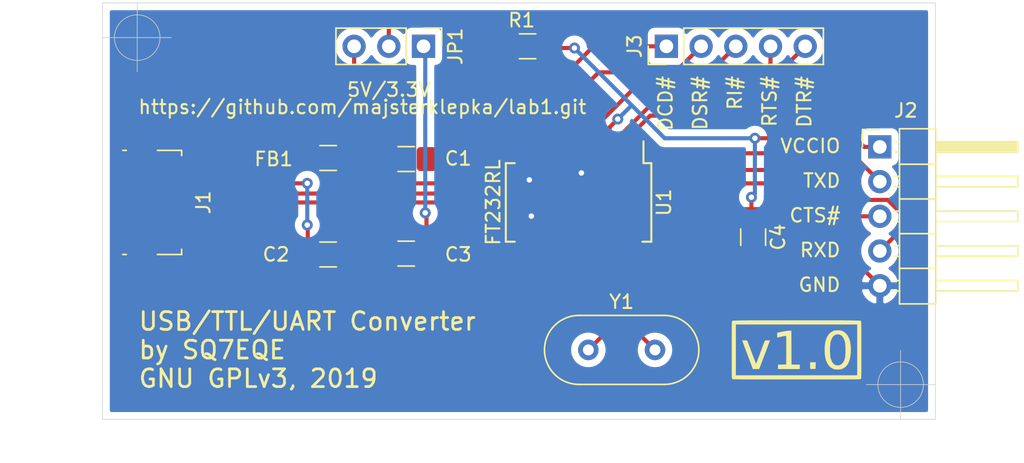
<source format=kicad_pcb>
(kicad_pcb (version 20171130) (host pcbnew 5.1.6-c6e7f7d~86~ubuntu18.04.1)

  (general
    (thickness 1.6)
    (drawings 21)
    (tracks 153)
    (zones 0)
    (modules 13)
    (nets 25)
  )

  (page A4)
  (title_block
    (title "FT232RL USB/TTL/UART converter PCB")
    (date 2019-10-18)
    (rev 1.0)
    (company "mgr inż. Paweł Sobótka")
    (comment 1 "GNU GPLv3")
  )

  (layers
    (0 F.Cu signal)
    (31 B.Cu signal)
    (32 B.Adhes user)
    (33 F.Adhes user)
    (34 B.Paste user)
    (35 F.Paste user)
    (36 B.SilkS user)
    (37 F.SilkS user)
    (38 B.Mask user)
    (39 F.Mask user)
    (40 Dwgs.User user)
    (41 Cmts.User user)
    (42 Eco1.User user)
    (43 Eco2.User user)
    (44 Edge.Cuts user)
    (45 Margin user)
    (46 B.CrtYd user)
    (47 F.CrtYd user)
    (48 B.Fab user)
    (49 F.Fab user)
  )

  (setup
    (last_trace_width 0.3)
    (trace_clearance 0.2)
    (zone_clearance 0.508)
    (zone_45_only no)
    (trace_min 0.3)
    (via_size 0.8)
    (via_drill 0.4)
    (via_min_size 0.4)
    (via_min_drill 0.3)
    (uvia_size 0.3)
    (uvia_drill 0.1)
    (uvias_allowed no)
    (uvia_min_size 0.2)
    (uvia_min_drill 0.1)
    (edge_width 0.05)
    (segment_width 0.2)
    (pcb_text_width 0.3)
    (pcb_text_size 1.5 1.5)
    (mod_edge_width 0.12)
    (mod_text_size 1 1)
    (mod_text_width 0.15)
    (pad_size 1.524 1.524)
    (pad_drill 0.762)
    (pad_to_mask_clearance 0.051)
    (solder_mask_min_width 0.25)
    (aux_axis_origin 83.82 81.28)
    (visible_elements FFFFFF7F)
    (pcbplotparams
      (layerselection 0x292fc_ffffffff)
      (usegerberextensions false)
      (usegerberattributes true)
      (usegerberadvancedattributes true)
      (creategerberjobfile true)
      (excludeedgelayer true)
      (linewidth 0.150000)
      (plotframeref false)
      (viasonmask false)
      (mode 1)
      (useauxorigin true)
      (hpglpennumber 1)
      (hpglpenspeed 20)
      (hpglpendiameter 15.000000)
      (psnegative false)
      (psa4output false)
      (plotreference true)
      (plotvalue true)
      (plotinvisibletext false)
      (padsonsilk false)
      (subtractmaskfromsilk true)
      (outputformat 1)
      (mirror false)
      (drillshape 0)
      (scaleselection 1)
      (outputdirectory "plot/"))
  )

  (net 0 "")
  (net 1 GND)
  (net 2 VCC)
  (net 3 "Net-(C2-Pad1)")
  (net 4 /VCCIO)
  (net 5 "Net-(J1-Pad2)")
  (net 6 "Net-(J1-Pad3)")
  (net 7 "Net-(R1-Pad2)")
  (net 8 "Net-(U1-Pad12)")
  (net 9 "Net-(U1-Pad13)")
  (net 10 "Net-(U1-Pad19)")
  (net 11 "Net-(U1-Pad22)")
  (net 12 "Net-(U1-Pad23)")
  (net 13 "Net-(U1-Pad26)")
  (net 14 "Net-(U1-Pad27)")
  (net 15 "Net-(U1-Pad28)")
  (net 16 /CTS#)
  (net 17 /RXD)
  (net 18 /TXD)
  (net 19 /RI#)
  (net 20 /DCD#)
  (net 21 /DSR#)
  (net 22 /DTR#)
  (net 23 /RTS#)
  (net 24 "Net-(C3-Pad1)")

  (net_class Default "To jest domyślna klasa połączeń."
    (clearance 0.2)
    (trace_width 0.3)
    (via_dia 0.8)
    (via_drill 0.4)
    (uvia_dia 0.3)
    (uvia_drill 0.1)
    (add_net /CTS#)
    (add_net /DCD#)
    (add_net /DSR#)
    (add_net /DTR#)
    (add_net /RI#)
    (add_net /RTS#)
    (add_net /RXD)
    (add_net /TXD)
    (add_net /VCCIO)
    (add_net GND)
    (add_net "Net-(C2-Pad1)")
    (add_net "Net-(C3-Pad1)")
    (add_net "Net-(J1-Pad2)")
    (add_net "Net-(J1-Pad3)")
    (add_net "Net-(R1-Pad2)")
    (add_net "Net-(U1-Pad12)")
    (add_net "Net-(U1-Pad13)")
    (add_net "Net-(U1-Pad19)")
    (add_net "Net-(U1-Pad22)")
    (add_net "Net-(U1-Pad23)")
    (add_net "Net-(U1-Pad26)")
    (add_net "Net-(U1-Pad27)")
    (add_net "Net-(U1-Pad28)")
    (add_net VCC)
  )

  (module Package_SO:SSOP-28_5.3x10.2mm_P0.65mm (layer F.Cu) (tedit 5A02F25C) (tstamp 5DA812E6)
    (at 118.665 65.405 270)
    (descr "28-Lead Plastic Shrink Small Outline (SS)-5.30 mm Body [SSOP] (see Microchip Packaging Specification 00000049BS.pdf)")
    (tags "SSOP 0.65")
    (path /5DA7B529)
    (attr smd)
    (fp_text reference U1 (at 0 -6.25 90) (layer F.SilkS)
      (effects (font (size 1 1) (thickness 0.15)))
    )
    (fp_text value FT232RL (at 0 6.25 90) (layer F.SilkS)
      (effects (font (size 1 1) (thickness 0.15)))
    )
    (fp_line (start -1.65 -5.1) (end 2.65 -5.1) (layer F.Fab) (width 0.15))
    (fp_line (start 2.65 -5.1) (end 2.65 5.1) (layer F.Fab) (width 0.15))
    (fp_line (start 2.65 5.1) (end -2.65 5.1) (layer F.Fab) (width 0.15))
    (fp_line (start -2.65 5.1) (end -2.65 -4.1) (layer F.Fab) (width 0.15))
    (fp_line (start -2.65 -4.1) (end -1.65 -5.1) (layer F.Fab) (width 0.15))
    (fp_line (start -4.75 -5.5) (end -4.75 5.5) (layer F.CrtYd) (width 0.05))
    (fp_line (start 4.75 -5.5) (end 4.75 5.5) (layer F.CrtYd) (width 0.05))
    (fp_line (start -4.75 -5.5) (end 4.75 -5.5) (layer F.CrtYd) (width 0.05))
    (fp_line (start -4.75 5.5) (end 4.75 5.5) (layer F.CrtYd) (width 0.05))
    (fp_line (start -2.875 -5.325) (end -2.875 -4.75) (layer F.SilkS) (width 0.15))
    (fp_line (start 2.875 -5.325) (end 2.875 -4.675) (layer F.SilkS) (width 0.15))
    (fp_line (start 2.875 5.325) (end 2.875 4.675) (layer F.SilkS) (width 0.15))
    (fp_line (start -2.875 5.325) (end -2.875 4.675) (layer F.SilkS) (width 0.15))
    (fp_line (start -2.875 -5.325) (end 2.875 -5.325) (layer F.SilkS) (width 0.15))
    (fp_line (start -2.875 5.325) (end 2.875 5.325) (layer F.SilkS) (width 0.15))
    (fp_line (start -2.875 -4.75) (end -4.475 -4.75) (layer F.SilkS) (width 0.15))
    (fp_text user %R (at 0 0 90) (layer F.Fab)
      (effects (font (size 0.8 0.8) (thickness 0.15)))
    )
    (pad 28 smd rect (at 3.6 -4.225 270) (size 1.75 0.45) (layers F.Cu F.Paste F.Mask)
      (net 15 "Net-(U1-Pad28)"))
    (pad 27 smd rect (at 3.6 -3.575 270) (size 1.75 0.45) (layers F.Cu F.Paste F.Mask)
      (net 14 "Net-(U1-Pad27)"))
    (pad 26 smd rect (at 3.6 -2.925 270) (size 1.75 0.45) (layers F.Cu F.Paste F.Mask)
      (net 13 "Net-(U1-Pad26)"))
    (pad 25 smd rect (at 3.6 -2.275 270) (size 1.75 0.45) (layers F.Cu F.Paste F.Mask)
      (net 1 GND))
    (pad 24 smd rect (at 3.6 -1.625 270) (size 1.75 0.45) (layers F.Cu F.Paste F.Mask))
    (pad 23 smd rect (at 3.6 -0.975 270) (size 1.75 0.45) (layers F.Cu F.Paste F.Mask)
      (net 12 "Net-(U1-Pad23)"))
    (pad 22 smd rect (at 3.6 -0.325 270) (size 1.75 0.45) (layers F.Cu F.Paste F.Mask)
      (net 11 "Net-(U1-Pad22)"))
    (pad 21 smd rect (at 3.6 0.325 270) (size 1.75 0.45) (layers F.Cu F.Paste F.Mask)
      (net 1 GND))
    (pad 20 smd rect (at 3.6 0.975 270) (size 1.75 0.45) (layers F.Cu F.Paste F.Mask)
      (net 2 VCC))
    (pad 19 smd rect (at 3.6 1.625 270) (size 1.75 0.45) (layers F.Cu F.Paste F.Mask)
      (net 10 "Net-(U1-Pad19)"))
    (pad 18 smd rect (at 3.6 2.275 270) (size 1.75 0.45) (layers F.Cu F.Paste F.Mask)
      (net 1 GND))
    (pad 17 smd rect (at 3.6 2.925 270) (size 1.75 0.45) (layers F.Cu F.Paste F.Mask)
      (net 24 "Net-(C3-Pad1)"))
    (pad 16 smd rect (at 3.6 3.575 270) (size 1.75 0.45) (layers F.Cu F.Paste F.Mask)
      (net 5 "Net-(J1-Pad2)"))
    (pad 15 smd rect (at 3.6 4.225 270) (size 1.75 0.45) (layers F.Cu F.Paste F.Mask)
      (net 6 "Net-(J1-Pad3)"))
    (pad 14 smd rect (at -3.6 4.225 270) (size 1.75 0.45) (layers F.Cu F.Paste F.Mask)
      (net 7 "Net-(R1-Pad2)"))
    (pad 13 smd rect (at -3.6 3.575 270) (size 1.75 0.45) (layers F.Cu F.Paste F.Mask)
      (net 9 "Net-(U1-Pad13)"))
    (pad 12 smd rect (at -3.6 2.925 270) (size 1.75 0.45) (layers F.Cu F.Paste F.Mask)
      (net 8 "Net-(U1-Pad12)"))
    (pad 11 smd rect (at -3.6 2.275 270) (size 1.75 0.45) (layers F.Cu F.Paste F.Mask)
      (net 16 /CTS#))
    (pad 10 smd rect (at -3.6 1.625 270) (size 1.75 0.45) (layers F.Cu F.Paste F.Mask)
      (net 20 /DCD#))
    (pad 9 smd rect (at -3.6 0.975 270) (size 1.75 0.45) (layers F.Cu F.Paste F.Mask)
      (net 21 /DSR#))
    (pad 8 smd rect (at -3.6 0.325 270) (size 1.75 0.45) (layers F.Cu F.Paste F.Mask))
    (pad 7 smd rect (at -3.6 -0.325 270) (size 1.75 0.45) (layers F.Cu F.Paste F.Mask)
      (net 1 GND))
    (pad 6 smd rect (at -3.6 -0.975 270) (size 1.75 0.45) (layers F.Cu F.Paste F.Mask)
      (net 19 /RI#))
    (pad 5 smd rect (at -3.6 -1.625 270) (size 1.75 0.45) (layers F.Cu F.Paste F.Mask)
      (net 17 /RXD))
    (pad 4 smd rect (at -3.6 -2.275 270) (size 1.75 0.45) (layers F.Cu F.Paste F.Mask)
      (net 4 /VCCIO))
    (pad 3 smd rect (at -3.6 -2.925 270) (size 1.75 0.45) (layers F.Cu F.Paste F.Mask)
      (net 23 /RTS#))
    (pad 2 smd rect (at -3.6 -3.575 270) (size 1.75 0.45) (layers F.Cu F.Paste F.Mask)
      (net 22 /DTR#))
    (pad 1 smd rect (at -3.6 -4.225 270) (size 1.75 0.45) (layers F.Cu F.Paste F.Mask)
      (net 18 /TXD))
    (model ${KISYS3DMOD}/Package_SO.3dshapes/SSOP-28_5.3x10.2mm_P0.65mm.wrl
      (at (xyz 0 0 0))
      (scale (xyz 1 1 1))
      (rotate (xyz 0 0 0))
    )
  )

  (module USB-TTL-UART-packages:version_pict (layer F.Cu) (tedit 0) (tstamp 5DAB44A3)
    (at 134.62 76.2)
    (fp_text reference G*** (at 0 0) (layer F.SilkS) hide
      (effects (font (size 1.524 1.524) (thickness 0.3)))
    )
    (fp_text value LOGO (at 0.75 0) (layer F.SilkS) hide
      (effects (font (size 1.524 1.524) (thickness 0.3)))
    )
    (fp_poly (pts (xy 0.522917 -2.158997) (xy 1.005164 -2.158976) (xy 1.448403 -2.158922) (xy 1.854297 -2.158822)
      (xy 2.22451 -2.158659) (xy 2.560703 -2.158419) (xy 2.86454 -2.158086) (xy 3.137684 -2.157647)
      (xy 3.381797 -2.157085) (xy 3.598542 -2.156386) (xy 3.789583 -2.155534) (xy 3.956582 -2.154516)
      (xy 4.101201 -2.153316) (xy 4.225104 -2.151918) (xy 4.329954 -2.150308) (xy 4.417413 -2.148472)
      (xy 4.489144 -2.146393) (xy 4.546811 -2.144057) (xy 4.592075 -2.141449) (xy 4.6266 -2.138554)
      (xy 4.652049 -2.135357) (xy 4.670084 -2.131843) (xy 4.682369 -2.127998) (xy 4.690566 -2.123805)
      (xy 4.696338 -2.119251) (xy 4.699 -2.116667) (xy 4.705985 -2.108975) (xy 4.712156 -2.099034)
      (xy 4.717563 -2.084327) (xy 4.722258 -2.062332) (xy 4.72629 -2.030531) (xy 4.72971 -1.986403)
      (xy 4.732568 -1.927429) (xy 4.734914 -1.85109) (xy 4.7368 -1.754865) (xy 4.738275 -1.636235)
      (xy 4.739389 -1.492681) (xy 4.740194 -1.321682) (xy 4.740739 -1.120719) (xy 4.741075 -0.887273)
      (xy 4.741253 -0.618823) (xy 4.741322 -0.31285) (xy 4.741333 0) (xy 4.741319 0.342272)
      (xy 4.741242 0.644731) (xy 4.741052 0.909895) (xy 4.740699 1.140286) (xy 4.740132 1.338421)
      (xy 4.739301 1.506822) (xy 4.738156 1.648007) (xy 4.736646 1.764497) (xy 4.734721 1.85881)
      (xy 4.73233 1.933467) (xy 4.729423 1.990988) (xy 4.72595 2.033891) (xy 4.72186 2.064697)
      (xy 4.717102 2.085926) (xy 4.711627 2.100096) (xy 4.705384 2.109728) (xy 4.699 2.116666)
      (xy 4.693842 2.12142) (xy 4.687146 2.125804) (xy 4.677249 2.129833) (xy 4.662489 2.133522)
      (xy 4.641203 2.136886) (xy 4.611728 2.13994) (xy 4.5724 2.142699) (xy 4.521558 2.145178)
      (xy 4.457539 2.147392) (xy 4.378679 2.149356) (xy 4.283315 2.151085) (xy 4.169785 2.152594)
      (xy 4.036427 2.153898) (xy 3.881576 2.155012) (xy 3.70357 2.15595) (xy 3.500748 2.156729)
      (xy 3.271444 2.157362) (xy 3.013997 2.157865) (xy 2.726745 2.158253) (xy 2.408023 2.15854)
      (xy 2.056169 2.158743) (xy 1.669521 2.158875) (xy 1.246415 2.158951) (xy 0.785189 2.158988)
      (xy 0.284179 2.158999) (xy 0 2.159) (xy -0.522917 2.158996) (xy -1.005164 2.158975)
      (xy -1.448403 2.158921) (xy -1.854298 2.158821) (xy -2.22451 2.158658) (xy -2.560703 2.158418)
      (xy -2.864541 2.158085) (xy -3.137684 2.157646) (xy -3.381797 2.157084) (xy -3.598543 2.156385)
      (xy -3.789583 2.155533) (xy -3.956582 2.154515) (xy -4.101201 2.153315) (xy -4.225105 2.151917)
      (xy -4.329954 2.150307) (xy -4.417413 2.148471) (xy -4.489145 2.146392) (xy -4.546811 2.144056)
      (xy -4.592076 2.141448) (xy -4.626601 2.138553) (xy -4.652049 2.135356) (xy -4.670085 2.131842)
      (xy -4.682369 2.127997) (xy -4.690566 2.123804) (xy -4.696338 2.11925) (xy -4.699 2.116666)
      (xy -4.705985 2.108974) (xy -4.712156 2.099033) (xy -4.717564 2.084326) (xy -4.722258 2.062331)
      (xy -4.72629 2.03053) (xy -4.72971 1.986402) (xy -4.732568 1.927428) (xy -4.734915 1.851089)
      (xy -4.7368 1.754864) (xy -4.738275 1.636234) (xy -4.73939 1.49268) (xy -4.740194 1.321681)
      (xy -4.740739 1.120718) (xy -4.741076 0.887272) (xy -4.741253 0.618822) (xy -4.741322 0.312849)
      (xy -4.741334 0) (xy -4.741319 -0.342273) (xy -4.741242 -0.644732) (xy -4.741052 -0.909896)
      (xy -4.740699 -1.140287) (xy -4.740133 -1.338422) (xy -4.739302 -1.506823) (xy -4.738157 -1.648008)
      (xy -4.736647 -1.764498) (xy -4.734721 -1.858811) (xy -4.734598 -1.862667) (xy -4.445 -1.862667)
      (xy -4.445 1.862666) (xy 4.445 1.862666) (xy 4.445 -1.862667) (xy -4.445 -1.862667)
      (xy -4.734598 -1.862667) (xy -4.73233 -1.933468) (xy -4.729423 -1.990989) (xy -4.72595 -2.033892)
      (xy -4.72186 -2.064698) (xy -4.717102 -2.085927) (xy -4.711628 -2.100097) (xy -4.705385 -2.109729)
      (xy -4.699 -2.116667) (xy -4.693842 -2.121421) (xy -4.687146 -2.125805) (xy -4.677249 -2.129834)
      (xy -4.662489 -2.133523) (xy -4.641203 -2.136887) (xy -4.611728 -2.139941) (xy -4.572401 -2.1427)
      (xy -4.521559 -2.145179) (xy -4.457539 -2.147393) (xy -4.378679 -2.149357) (xy -4.283315 -2.151086)
      (xy -4.169786 -2.152595) (xy -4.036427 -2.153899) (xy -3.881576 -2.155013) (xy -3.703571 -2.155951)
      (xy -3.500748 -2.15673) (xy -3.271444 -2.157363) (xy -3.013998 -2.157866) (xy -2.726745 -2.158254)
      (xy -2.408023 -2.158541) (xy -2.056169 -2.158744) (xy -1.669521 -2.158876) (xy -1.246415 -2.158952)
      (xy -0.785189 -2.158989) (xy -0.28418 -2.159) (xy 0 -2.159001) (xy 0.522917 -2.158997)) (layer F.SilkS) (width 0.01))
    (fp_poly (pts (xy 3.122158 -1.427806) (xy 3.198249 -1.423736) (xy 3.257025 -1.414219) (xy 3.310988 -1.397054)
      (xy 3.372642 -1.37004) (xy 3.386667 -1.363418) (xy 3.544003 -1.265592) (xy 3.677089 -1.13363)
      (xy 3.784333 -0.969157) (xy 3.796356 -0.945346) (xy 3.849325 -0.827057) (xy 3.8898 -0.710376)
      (xy 3.920525 -0.584167) (xy 3.944239 -0.437294) (xy 3.96264 -0.269875) (xy 3.974589 -0.107735)
      (xy 3.976999 0.03683) (xy 3.969885 0.187484) (xy 3.963004 0.269875) (xy 3.927709 0.532492)
      (xy 3.873094 0.758717) (xy 3.798258 0.950277) (xy 3.702301 1.108897) (xy 3.584318 1.236303)
      (xy 3.44341 1.33422) (xy 3.393668 1.35945) (xy 3.314872 1.393109) (xy 3.243866 1.413855)
      (xy 3.163788 1.425324) (xy 3.061579 1.431019) (xy 2.964494 1.43186) (xy 2.873865 1.428267)
      (xy 2.804908 1.420984) (xy 2.788622 1.417679) (xy 2.620844 1.354141) (xy 2.472566 1.253966)
      (xy 2.34505 1.118721) (xy 2.239559 0.949973) (xy 2.157356 0.749289) (xy 2.111429 0.577292)
      (xy 2.086195 0.419329) (xy 2.070421 0.233378) (xy 2.064116 0.032478) (xy 2.064559 0.004126)
      (xy 2.44382 0.004126) (xy 2.446019 0.171502) (xy 2.453168 0.328251) (xy 2.465291 0.463836)
      (xy 2.481617 0.564247) (xy 2.537325 0.750809) (xy 2.611861 0.902301) (xy 2.704021 1.017741)
      (xy 2.812603 1.096144) (xy 2.936405 1.136528) (xy 3.074222 1.137908) (xy 3.161341 1.120108)
      (xy 3.24912 1.078557) (xy 3.337693 1.007703) (xy 3.415378 0.918699) (xy 3.468908 0.826445)
      (xy 3.507008 0.731196) (xy 3.53614 0.639893) (xy 3.557397 0.544704) (xy 3.57187 0.437796)
      (xy 3.580651 0.311336) (xy 3.584831 0.157489) (xy 3.585562 -0.010584) (xy 3.584723 -0.166038)
      (xy 3.58261 -0.286952) (xy 3.578625 -0.38111) (xy 3.572167 -0.456301) (xy 3.562639 -0.52031)
      (xy 3.549442 -0.580924) (xy 3.538501 -0.622593) (xy 3.474763 -0.803221) (xy 3.393414 -0.945572)
      (xy 3.29455 -1.049552) (xy 3.178268 -1.115063) (xy 3.044664 -1.142011) (xy 3.01625 -1.142764)
      (xy 2.880905 -1.124151) (xy 2.763294 -1.068071) (xy 2.663088 -0.974168) (xy 2.579962 -0.842084)
      (xy 2.513589 -0.671462) (xy 2.484072 -0.560917) (xy 2.466698 -0.456399) (xy 2.454183 -0.320361)
      (xy 2.446549 -0.163341) (xy 2.44382 0.004126) (xy 2.064559 0.004126) (xy 2.067285 -0.170332)
      (xy 2.079934 -0.362013) (xy 2.10207 -0.529526) (xy 2.110872 -0.574564) (xy 2.174541 -0.797841)
      (xy 2.262601 -0.991142) (xy 2.3737 -1.152487) (xy 2.506489 -1.279895) (xy 2.651938 -1.367897)
      (xy 2.715125 -1.39524) (xy 2.770387 -1.412902) (xy 2.830217 -1.422966) (xy 2.907107 -1.427514)
      (xy 3.01355 -1.428629) (xy 3.01625 -1.428631) (xy 3.122158 -1.427806)) (layer F.SilkS) (width 0.01))
    (fp_poly (pts (xy -3.658586 -0.692048) (xy -3.621972 -0.685719) (xy -3.618358 -0.683535) (xy -3.60787 -0.660708)
      (xy -3.584324 -0.60236) (xy -3.549325 -0.512687) (xy -3.504478 -0.395879) (xy -3.451388 -0.256132)
      (xy -3.391658 -0.097638) (xy -3.326895 0.075409) (xy -3.28995 0.174625) (xy -3.223286 0.353118)
      (xy -3.160836 0.518696) (xy -3.104184 0.667274) (xy -3.054918 0.794764) (xy -3.014624 0.897081)
      (xy -2.984887 0.970138) (xy -2.967295 1.00985) (xy -2.963333 1.016) (xy -2.95326 0.996817)
      (xy -2.930152 0.941992) (xy -2.895594 0.855611) (xy -2.851174 0.741762) (xy -2.798476 0.604529)
      (xy -2.739089 0.448) (xy -2.674597 0.27626) (xy -2.636717 0.174625) (xy -2.56988 -0.004604)
      (xy -2.507201 -0.171571) (xy -2.450284 -0.322083) (xy -2.400733 -0.451946) (xy -2.360153 -0.556968)
      (xy -2.330149 -0.632955) (xy -2.312326 -0.675713) (xy -2.308309 -0.683535) (xy -2.28114 -0.690649)
      (xy -2.222922 -0.694614) (xy -2.144866 -0.694794) (xy -2.122037 -0.694119) (xy -1.951427 -0.687917)
      (xy -2.034595 -0.465667) (xy -2.060636 -0.396231) (xy -2.099455 -0.292933) (xy -2.148888 -0.161522)
      (xy -2.206772 -0.007745) (xy -2.270942 0.162651) (xy -2.339236 0.343916) (xy -2.409489 0.530305)
      (xy -2.427015 0.576791) (xy -2.736266 1.397) (xy -3.192466 1.397) (xy -3.246783 1.254125)
      (xy -3.265565 1.204442) (xy -3.297388 1.119935) (xy -3.340443 1.005419) (xy -3.392921 0.865713)
      (xy -3.453013 0.705635) (xy -3.51891 0.530001) (xy -3.588802 0.34363) (xy -3.638271 0.211666)
      (xy -3.97544 -0.687917) (xy -3.80473 -0.694119) (xy -3.72324 -0.69506) (xy -3.658586 -0.692048)) (layer F.SilkS) (width 0.01))
    (fp_poly (pts (xy -0.370417 1.068916) (xy 0.232833 1.080662) (xy 0.232833 1.397) (xy -1.354667 1.397)
      (xy -1.354667 1.080662) (xy -0.751417 1.068916) (xy -0.745928 0.015875) (xy -0.744753 -0.222591)
      (xy -0.743999 -0.422169) (xy -0.74377 -0.586302) (xy -0.744169 -0.718435) (xy -0.745301 -0.822012)
      (xy -0.747269 -0.900477) (xy -0.750177 -0.957274) (xy -0.754129 -0.995847) (xy -0.759228 -1.019639)
      (xy -0.76558 -1.032096) (xy -0.773286 -1.03666) (xy -0.777678 -1.037058) (xy -0.809844 -1.032885)
      (xy -0.874321 -1.021635) (xy -0.962021 -1.005098) (xy -1.063861 -0.985064) (xy -1.170755 -0.963325)
      (xy -1.273619 -0.94167) (xy -1.363367 -0.92189) (xy -1.371408 -0.920052) (xy -1.395135 -0.916288)
      (xy -1.409124 -0.923742) (xy -1.415446 -0.950377) (xy -1.416174 -1.004154) (xy -1.413741 -1.082762)
      (xy -1.407583 -1.256598) (xy -1.068917 -1.326367) (xy -0.874146 -1.362849) (xy -0.707978 -1.386391)
      (xy -0.575546 -1.39629) (xy -0.555796 -1.396568) (xy -0.381341 -1.397) (xy -0.370417 1.068916)) (layer F.SilkS) (width 0.01))
    (fp_poly (pts (xy 1.392401 1.148291) (xy 1.386417 1.386416) (xy 1.205497 1.392469) (xy 1.121674 1.393586)
      (xy 1.054642 1.391326) (xy 1.015162 1.386177) (xy 1.009706 1.38365) (xy 1.003647 1.357584)
      (xy 0.998778 1.298557) (xy 0.995669 1.215939) (xy 0.994833 1.139472) (xy 0.994833 0.910166)
      (xy 1.398386 0.910166) (xy 1.392401 1.148291)) (layer F.SilkS) (width 0.01))
  )

  (module Connector_PinHeader_2.54mm:PinHeader_1x05_P2.54mm_Vertical (layer F.Cu) (tedit 59FED5CC) (tstamp 5DA89A6A)
    (at 125.095 53.975 90)
    (descr "Through hole straight pin header, 1x05, 2.54mm pitch, single row")
    (tags "Through hole pin header THT 1x05 2.54mm single row")
    (path /5DAA5F16)
    (fp_text reference J3 (at 0 -2.33 90) (layer F.SilkS)
      (effects (font (size 1 1) (thickness 0.15)))
    )
    (fp_text value KAB-00192 (at 2.54 5.08 180) (layer F.Fab)
      (effects (font (size 1 1) (thickness 0.15)))
    )
    (fp_line (start -0.635 -1.27) (end 1.27 -1.27) (layer F.Fab) (width 0.1))
    (fp_line (start 1.27 -1.27) (end 1.27 11.43) (layer F.Fab) (width 0.1))
    (fp_line (start 1.27 11.43) (end -1.27 11.43) (layer F.Fab) (width 0.1))
    (fp_line (start -1.27 11.43) (end -1.27 -0.635) (layer F.Fab) (width 0.1))
    (fp_line (start -1.27 -0.635) (end -0.635 -1.27) (layer F.Fab) (width 0.1))
    (fp_line (start -1.33 11.49) (end 1.33 11.49) (layer F.SilkS) (width 0.12))
    (fp_line (start -1.33 1.27) (end -1.33 11.49) (layer F.SilkS) (width 0.12))
    (fp_line (start 1.33 1.27) (end 1.33 11.49) (layer F.SilkS) (width 0.12))
    (fp_line (start -1.33 1.27) (end 1.33 1.27) (layer F.SilkS) (width 0.12))
    (fp_line (start -1.33 0) (end -1.33 -1.33) (layer F.SilkS) (width 0.12))
    (fp_line (start -1.33 -1.33) (end 0 -1.33) (layer F.SilkS) (width 0.12))
    (fp_line (start -1.8 -1.8) (end -1.8 11.95) (layer F.CrtYd) (width 0.05))
    (fp_line (start -1.8 11.95) (end 1.8 11.95) (layer F.CrtYd) (width 0.05))
    (fp_line (start 1.8 11.95) (end 1.8 -1.8) (layer F.CrtYd) (width 0.05))
    (fp_line (start 1.8 -1.8) (end -1.8 -1.8) (layer F.CrtYd) (width 0.05))
    (fp_text user %R (at 0 5.08) (layer F.Fab)
      (effects (font (size 1 1) (thickness 0.15)))
    )
    (pad 5 thru_hole oval (at 0 10.16 90) (size 1.7 1.7) (drill 1) (layers *.Cu *.Mask)
      (net 22 /DTR#))
    (pad 4 thru_hole oval (at 0 7.62 90) (size 1.7 1.7) (drill 1) (layers *.Cu *.Mask)
      (net 23 /RTS#))
    (pad 3 thru_hole oval (at 0 5.08 90) (size 1.7 1.7) (drill 1) (layers *.Cu *.Mask)
      (net 19 /RI#))
    (pad 2 thru_hole oval (at 0 2.54 90) (size 1.7 1.7) (drill 1) (layers *.Cu *.Mask)
      (net 21 /DSR#))
    (pad 1 thru_hole rect (at 0 0 90) (size 1.7 1.7) (drill 1) (layers *.Cu *.Mask)
      (net 20 /DCD#))
    (model ${KISYS3DMOD}/Connector_PinHeader_2.54mm.3dshapes/PinHeader_1x05_P2.54mm_Vertical.wrl
      (at (xyz 0 0 0))
      (scale (xyz 1 1 1))
      (rotate (xyz 0 0 0))
    )
  )

  (module Crystal:Crystal_HC49-U_Vertical (layer F.Cu) (tedit 5A1AD3B8) (tstamp 5DA812FD)
    (at 119.38 76.2)
    (descr "Crystal THT HC-49/U http://5hertz.com/pdfs/04404_D.pdf")
    (tags "THT crystalHC-49/U")
    (path /5DA8973A)
    (fp_text reference Y1 (at 2.44 -3.525) (layer F.SilkS)
      (effects (font (size 1 1) (thickness 0.15)))
    )
    (fp_text value 12MHz (at 2.44 3.525) (layer F.Fab)
      (effects (font (size 1 1) (thickness 0.15)))
    )
    (fp_line (start -0.685 -2.325) (end 5.565 -2.325) (layer F.Fab) (width 0.1))
    (fp_line (start -0.685 2.325) (end 5.565 2.325) (layer F.Fab) (width 0.1))
    (fp_line (start -0.56 -2) (end 5.44 -2) (layer F.Fab) (width 0.1))
    (fp_line (start -0.56 2) (end 5.44 2) (layer F.Fab) (width 0.1))
    (fp_line (start -0.685 -2.525) (end 5.565 -2.525) (layer F.SilkS) (width 0.12))
    (fp_line (start -0.685 2.525) (end 5.565 2.525) (layer F.SilkS) (width 0.12))
    (fp_line (start -3.5 -2.8) (end -3.5 2.8) (layer F.CrtYd) (width 0.05))
    (fp_line (start -3.5 2.8) (end 8.4 2.8) (layer F.CrtYd) (width 0.05))
    (fp_line (start 8.4 2.8) (end 8.4 -2.8) (layer F.CrtYd) (width 0.05))
    (fp_line (start 8.4 -2.8) (end -3.5 -2.8) (layer F.CrtYd) (width 0.05))
    (fp_arc (start 5.565 0) (end 5.565 -2.525) (angle 180) (layer F.SilkS) (width 0.12))
    (fp_arc (start -0.685 0) (end -0.685 -2.525) (angle -180) (layer F.SilkS) (width 0.12))
    (fp_arc (start 5.44 0) (end 5.44 -2) (angle 180) (layer F.Fab) (width 0.1))
    (fp_arc (start -0.56 0) (end -0.56 -2) (angle -180) (layer F.Fab) (width 0.1))
    (fp_arc (start 5.565 0) (end 5.565 -2.325) (angle 180) (layer F.Fab) (width 0.1))
    (fp_arc (start -0.685 0) (end -0.685 -2.325) (angle -180) (layer F.Fab) (width 0.1))
    (fp_text user %R (at 2.44 0) (layer F.Fab)
      (effects (font (size 1 1) (thickness 0.15)))
    )
    (pad 2 thru_hole circle (at 4.88 0) (size 1.5 1.5) (drill 0.8) (layers *.Cu *.Mask)
      (net 15 "Net-(U1-Pad28)"))
    (pad 1 thru_hole circle (at 0 0) (size 1.5 1.5) (drill 0.8) (layers *.Cu *.Mask)
      (net 14 "Net-(U1-Pad27)"))
    (model ${KISYS3DMOD}/Crystal.3dshapes/Crystal_HC49-U_Vertical.wrl
      (at (xyz 0 0 0))
      (scale (xyz 1 1 1))
      (rotate (xyz 0 0 0))
    )
  )

  (module Resistor_SMD:R_1206_3216Metric_Pad1.42x1.75mm_HandSolder (layer F.Cu) (tedit 5B301BBD) (tstamp 5DA82E83)
    (at 100.33 62.1533 180)
    (descr "Resistor SMD 1206 (3216 Metric), square (rectangular) end terminal, IPC_7351 nominal with elongated pad for handsoldering. (Body size source: http://www.tortai-tech.com/upload/download/2011102023233369053.pdf), generated with kicad-footprint-generator")
    (tags "resistor handsolder")
    (path /5DA89008)
    (attr smd)
    (fp_text reference FB1 (at 3.985 -0.0767) (layer F.SilkS)
      (effects (font (size 1 1) (thickness 0.15)))
    )
    (fp_text value NFW31SP506X1E4L (at 0.175 -2.6167) (layer F.Fab)
      (effects (font (size 1 1) (thickness 0.15)))
    )
    (fp_line (start -1.6 0.8) (end -1.6 -0.8) (layer F.Fab) (width 0.1))
    (fp_line (start -1.6 -0.8) (end 1.6 -0.8) (layer F.Fab) (width 0.1))
    (fp_line (start 1.6 -0.8) (end 1.6 0.8) (layer F.Fab) (width 0.1))
    (fp_line (start 1.6 0.8) (end -1.6 0.8) (layer F.Fab) (width 0.1))
    (fp_line (start -0.602064 -0.91) (end 0.602064 -0.91) (layer F.SilkS) (width 0.12))
    (fp_line (start -0.602064 0.91) (end 0.602064 0.91) (layer F.SilkS) (width 0.12))
    (fp_line (start -2.45 1.12) (end -2.45 -1.12) (layer F.CrtYd) (width 0.05))
    (fp_line (start -2.45 -1.12) (end 2.45 -1.12) (layer F.CrtYd) (width 0.05))
    (fp_line (start 2.45 -1.12) (end 2.45 1.12) (layer F.CrtYd) (width 0.05))
    (fp_line (start 2.45 1.12) (end -2.45 1.12) (layer F.CrtYd) (width 0.05))
    (fp_text user %R (at 0 0) (layer F.Fab)
      (effects (font (size 0.8 0.8) (thickness 0.12)))
    )
    (pad 2 smd roundrect (at 1.4875 0 180) (size 1.425 1.75) (layers F.Cu F.Paste F.Mask) (roundrect_rratio 0.175439)
      (net 3 "Net-(C2-Pad1)"))
    (pad 1 smd roundrect (at -1.4875 0 180) (size 1.425 1.75) (layers F.Cu F.Paste F.Mask) (roundrect_rratio 0.175439)
      (net 2 VCC))
    (model ${KISYS3DMOD}/Resistor_SMD.3dshapes/R_1206_3216Metric.wrl
      (at (xyz 0 0 0))
      (scale (xyz 1 1 1))
      (rotate (xyz 0 0 0))
    )
  )

  (module Connector_PinHeader_2.54mm:PinHeader_1x05_P2.54mm_Horizontal (layer F.Cu) (tedit 59FED5CB) (tstamp 5DA89A1F)
    (at 140.716 61.341)
    (descr "Through hole angled pin header, 1x05, 2.54mm pitch, 6mm pin length, single row")
    (tags "Through hole angled pin header THT 1x05 2.54mm single row")
    (path /5DA9DBB4)
    (fp_text reference J2 (at 1.905 -2.667) (layer F.SilkS)
      (effects (font (size 1 1) (thickness 0.15)))
    )
    (fp_text value KAB-00205 (at -2.794 4.953 270) (layer F.Fab)
      (effects (font (size 1 1) (thickness 0.15)))
    )
    (fp_line (start 2.135 -1.27) (end 4.04 -1.27) (layer F.Fab) (width 0.1))
    (fp_line (start 4.04 -1.27) (end 4.04 11.43) (layer F.Fab) (width 0.1))
    (fp_line (start 4.04 11.43) (end 1.5 11.43) (layer F.Fab) (width 0.1))
    (fp_line (start 1.5 11.43) (end 1.5 -0.635) (layer F.Fab) (width 0.1))
    (fp_line (start 1.5 -0.635) (end 2.135 -1.27) (layer F.Fab) (width 0.1))
    (fp_line (start -0.32 -0.32) (end 1.5 -0.32) (layer F.Fab) (width 0.1))
    (fp_line (start -0.32 -0.32) (end -0.32 0.32) (layer F.Fab) (width 0.1))
    (fp_line (start -0.32 0.32) (end 1.5 0.32) (layer F.Fab) (width 0.1))
    (fp_line (start 4.04 -0.32) (end 10.04 -0.32) (layer F.Fab) (width 0.1))
    (fp_line (start 10.04 -0.32) (end 10.04 0.32) (layer F.Fab) (width 0.1))
    (fp_line (start 4.04 0.32) (end 10.04 0.32) (layer F.Fab) (width 0.1))
    (fp_line (start -0.32 2.22) (end 1.5 2.22) (layer F.Fab) (width 0.1))
    (fp_line (start -0.32 2.22) (end -0.32 2.86) (layer F.Fab) (width 0.1))
    (fp_line (start -0.32 2.86) (end 1.5 2.86) (layer F.Fab) (width 0.1))
    (fp_line (start 4.04 2.22) (end 10.04 2.22) (layer F.Fab) (width 0.1))
    (fp_line (start 10.04 2.22) (end 10.04 2.86) (layer F.Fab) (width 0.1))
    (fp_line (start 4.04 2.86) (end 10.04 2.86) (layer F.Fab) (width 0.1))
    (fp_line (start -0.32 4.76) (end 1.5 4.76) (layer F.Fab) (width 0.1))
    (fp_line (start -0.32 4.76) (end -0.32 5.4) (layer F.Fab) (width 0.1))
    (fp_line (start -0.32 5.4) (end 1.5 5.4) (layer F.Fab) (width 0.1))
    (fp_line (start 4.04 4.76) (end 10.04 4.76) (layer F.Fab) (width 0.1))
    (fp_line (start 10.04 4.76) (end 10.04 5.4) (layer F.Fab) (width 0.1))
    (fp_line (start 4.04 5.4) (end 10.04 5.4) (layer F.Fab) (width 0.1))
    (fp_line (start -0.32 7.3) (end 1.5 7.3) (layer F.Fab) (width 0.1))
    (fp_line (start -0.32 7.3) (end -0.32 7.94) (layer F.Fab) (width 0.1))
    (fp_line (start -0.32 7.94) (end 1.5 7.94) (layer F.Fab) (width 0.1))
    (fp_line (start 4.04 7.3) (end 10.04 7.3) (layer F.Fab) (width 0.1))
    (fp_line (start 10.04 7.3) (end 10.04 7.94) (layer F.Fab) (width 0.1))
    (fp_line (start 4.04 7.94) (end 10.04 7.94) (layer F.Fab) (width 0.1))
    (fp_line (start -0.32 9.84) (end 1.5 9.84) (layer F.Fab) (width 0.1))
    (fp_line (start -0.32 9.84) (end -0.32 10.48) (layer F.Fab) (width 0.1))
    (fp_line (start -0.32 10.48) (end 1.5 10.48) (layer F.Fab) (width 0.1))
    (fp_line (start 4.04 9.84) (end 10.04 9.84) (layer F.Fab) (width 0.1))
    (fp_line (start 10.04 9.84) (end 10.04 10.48) (layer F.Fab) (width 0.1))
    (fp_line (start 4.04 10.48) (end 10.04 10.48) (layer F.Fab) (width 0.1))
    (fp_line (start 1.44 -1.33) (end 1.44 11.49) (layer F.SilkS) (width 0.12))
    (fp_line (start 1.44 11.49) (end 4.1 11.49) (layer F.SilkS) (width 0.12))
    (fp_line (start 4.1 11.49) (end 4.1 -1.33) (layer F.SilkS) (width 0.12))
    (fp_line (start 4.1 -1.33) (end 1.44 -1.33) (layer F.SilkS) (width 0.12))
    (fp_line (start 4.1 -0.38) (end 10.1 -0.38) (layer F.SilkS) (width 0.12))
    (fp_line (start 10.1 -0.38) (end 10.1 0.38) (layer F.SilkS) (width 0.12))
    (fp_line (start 10.1 0.38) (end 4.1 0.38) (layer F.SilkS) (width 0.12))
    (fp_line (start 4.1 -0.32) (end 10.1 -0.32) (layer F.SilkS) (width 0.12))
    (fp_line (start 4.1 -0.2) (end 10.1 -0.2) (layer F.SilkS) (width 0.12))
    (fp_line (start 4.1 -0.08) (end 10.1 -0.08) (layer F.SilkS) (width 0.12))
    (fp_line (start 4.1 0.04) (end 10.1 0.04) (layer F.SilkS) (width 0.12))
    (fp_line (start 4.1 0.16) (end 10.1 0.16) (layer F.SilkS) (width 0.12))
    (fp_line (start 4.1 0.28) (end 10.1 0.28) (layer F.SilkS) (width 0.12))
    (fp_line (start 1.11 -0.38) (end 1.44 -0.38) (layer F.SilkS) (width 0.12))
    (fp_line (start 1.11 0.38) (end 1.44 0.38) (layer F.SilkS) (width 0.12))
    (fp_line (start 1.44 1.27) (end 4.1 1.27) (layer F.SilkS) (width 0.12))
    (fp_line (start 4.1 2.16) (end 10.1 2.16) (layer F.SilkS) (width 0.12))
    (fp_line (start 10.1 2.16) (end 10.1 2.92) (layer F.SilkS) (width 0.12))
    (fp_line (start 10.1 2.92) (end 4.1 2.92) (layer F.SilkS) (width 0.12))
    (fp_line (start 1.042929 2.16) (end 1.44 2.16) (layer F.SilkS) (width 0.12))
    (fp_line (start 1.042929 2.92) (end 1.44 2.92) (layer F.SilkS) (width 0.12))
    (fp_line (start 1.44 3.81) (end 4.1 3.81) (layer F.SilkS) (width 0.12))
    (fp_line (start 4.1 4.7) (end 10.1 4.7) (layer F.SilkS) (width 0.12))
    (fp_line (start 10.1 4.7) (end 10.1 5.46) (layer F.SilkS) (width 0.12))
    (fp_line (start 10.1 5.46) (end 4.1 5.46) (layer F.SilkS) (width 0.12))
    (fp_line (start 1.042929 4.7) (end 1.44 4.7) (layer F.SilkS) (width 0.12))
    (fp_line (start 1.042929 5.46) (end 1.44 5.46) (layer F.SilkS) (width 0.12))
    (fp_line (start 1.44 6.35) (end 4.1 6.35) (layer F.SilkS) (width 0.12))
    (fp_line (start 4.1 7.24) (end 10.1 7.24) (layer F.SilkS) (width 0.12))
    (fp_line (start 10.1 7.24) (end 10.1 8) (layer F.SilkS) (width 0.12))
    (fp_line (start 10.1 8) (end 4.1 8) (layer F.SilkS) (width 0.12))
    (fp_line (start 1.042929 7.24) (end 1.44 7.24) (layer F.SilkS) (width 0.12))
    (fp_line (start 1.042929 8) (end 1.44 8) (layer F.SilkS) (width 0.12))
    (fp_line (start 1.44 8.89) (end 4.1 8.89) (layer F.SilkS) (width 0.12))
    (fp_line (start 4.1 9.78) (end 10.1 9.78) (layer F.SilkS) (width 0.12))
    (fp_line (start 10.1 9.78) (end 10.1 10.54) (layer F.SilkS) (width 0.12))
    (fp_line (start 10.1 10.54) (end 4.1 10.54) (layer F.SilkS) (width 0.12))
    (fp_line (start 1.042929 9.78) (end 1.44 9.78) (layer F.SilkS) (width 0.12))
    (fp_line (start 1.042929 10.54) (end 1.44 10.54) (layer F.SilkS) (width 0.12))
    (fp_line (start -1.27 0) (end -1.27 -1.27) (layer F.SilkS) (width 0.12))
    (fp_line (start -1.27 -1.27) (end 0 -1.27) (layer F.SilkS) (width 0.12))
    (fp_line (start -1.8 -1.8) (end -1.8 11.95) (layer F.CrtYd) (width 0.05))
    (fp_line (start -1.8 11.95) (end 10.55 11.95) (layer F.CrtYd) (width 0.05))
    (fp_line (start 10.55 11.95) (end 10.55 -1.8) (layer F.CrtYd) (width 0.05))
    (fp_line (start 10.55 -1.8) (end -1.8 -1.8) (layer F.CrtYd) (width 0.05))
    (fp_text user %R (at 2.77 5.08 90) (layer F.Fab)
      (effects (font (size 1 1) (thickness 0.15)))
    )
    (pad 5 thru_hole oval (at 0 10.16) (size 1.7 1.7) (drill 1) (layers *.Cu *.Mask)
      (net 1 GND))
    (pad 4 thru_hole oval (at 0 7.62) (size 1.7 1.7) (drill 1) (layers *.Cu *.Mask)
      (net 17 /RXD))
    (pad 3 thru_hole oval (at 0 5.08) (size 1.7 1.7) (drill 1) (layers *.Cu *.Mask)
      (net 16 /CTS#))
    (pad 2 thru_hole oval (at 0 2.54) (size 1.7 1.7) (drill 1) (layers *.Cu *.Mask)
      (net 18 /TXD))
    (pad 1 thru_hole rect (at 0 0) (size 1.7 1.7) (drill 1) (layers *.Cu *.Mask)
      (net 4 /VCCIO))
    (model ${KISYS3DMOD}/Connector_PinHeader_2.54mm.3dshapes/PinHeader_1x05_P2.54mm_Horizontal.wrl
      (at (xyz 0 0 0))
      (scale (xyz 1 1 1))
      (rotate (xyz 0 0 0))
    )
  )

  (module Capacitor_SMD:C_1206_3216Metric_Pad1.42x1.75mm_HandSolder (layer F.Cu) (tedit 5B301BBE) (tstamp 5DA9B0B2)
    (at 106.045 62.23)
    (descr "Capacitor SMD 1206 (3216 Metric), square (rectangular) end terminal, IPC_7351 nominal with elongated pad for handsoldering. (Body size source: http://www.tortai-tech.com/upload/download/2011102023233369053.pdf), generated with kicad-footprint-generator")
    (tags "capacitor handsolder")
    (path /5DA7E420)
    (attr smd)
    (fp_text reference C1 (at 3.81 -0.04) (layer F.SilkS)
      (effects (font (size 1 1) (thickness 0.15)))
    )
    (fp_text value 10u (at -0.635 -1.905) (layer F.Fab)
      (effects (font (size 1 1) (thickness 0.15)))
    )
    (fp_line (start -1.6 0.8) (end -1.6 -0.8) (layer F.Fab) (width 0.1))
    (fp_line (start -1.6 -0.8) (end 1.6 -0.8) (layer F.Fab) (width 0.1))
    (fp_line (start 1.6 -0.8) (end 1.6 0.8) (layer F.Fab) (width 0.1))
    (fp_line (start 1.6 0.8) (end -1.6 0.8) (layer F.Fab) (width 0.1))
    (fp_line (start -0.602064 -0.91) (end 0.602064 -0.91) (layer F.SilkS) (width 0.12))
    (fp_line (start -0.602064 0.91) (end 0.602064 0.91) (layer F.SilkS) (width 0.12))
    (fp_line (start -2.45 1.12) (end -2.45 -1.12) (layer F.CrtYd) (width 0.05))
    (fp_line (start -2.45 -1.12) (end 2.45 -1.12) (layer F.CrtYd) (width 0.05))
    (fp_line (start 2.45 -1.12) (end 2.45 1.12) (layer F.CrtYd) (width 0.05))
    (fp_line (start 2.45 1.12) (end -2.45 1.12) (layer F.CrtYd) (width 0.05))
    (fp_text user %R (at 0 0.116668) (layer F.Fab)
      (effects (font (size 0.8 0.8) (thickness 0.12)))
    )
    (pad 2 smd roundrect (at 1.4875 0) (size 1.425 1.75) (layers F.Cu F.Paste F.Mask) (roundrect_rratio 0.175439)
      (net 1 GND))
    (pad 1 smd roundrect (at -1.4875 0) (size 1.425 1.75) (layers F.Cu F.Paste F.Mask) (roundrect_rratio 0.175439)
      (net 2 VCC))
    (model ${KISYS3DMOD}/Capacitor_SMD.3dshapes/C_1206_3216Metric.wrl
      (at (xyz 0 0 0))
      (scale (xyz 1 1 1))
      (rotate (xyz 0 0 0))
    )
  )

  (module Capacitor_SMD:C_1206_3216Metric_Pad1.42x1.75mm_HandSolder (layer F.Cu) (tedit 5B301BBE) (tstamp 5DA96C3E)
    (at 100.33 69.215)
    (descr "Capacitor SMD 1206 (3216 Metric), square (rectangular) end terminal, IPC_7351 nominal with elongated pad for handsoldering. (Body size source: http://www.tortai-tech.com/upload/download/2011102023233369053.pdf), generated with kicad-footprint-generator")
    (tags "capacitor handsolder")
    (path /5DA7DC5B)
    (attr smd)
    (fp_text reference C2 (at -3.81 0) (layer F.SilkS)
      (effects (font (size 1 1) (thickness 0.15)))
    )
    (fp_text value 10nf (at 5.715 1.905) (layer F.Fab)
      (effects (font (size 1 1) (thickness 0.15)))
    )
    (fp_line (start -1.6 0.8) (end -1.6 -0.8) (layer F.Fab) (width 0.1))
    (fp_line (start -1.6 -0.8) (end 1.6 -0.8) (layer F.Fab) (width 0.1))
    (fp_line (start 1.6 -0.8) (end 1.6 0.8) (layer F.Fab) (width 0.1))
    (fp_line (start 1.6 0.8) (end -1.6 0.8) (layer F.Fab) (width 0.1))
    (fp_line (start -0.602064 -0.91) (end 0.602064 -0.91) (layer F.SilkS) (width 0.12))
    (fp_line (start -0.602064 0.91) (end 0.602064 0.91) (layer F.SilkS) (width 0.12))
    (fp_line (start -2.45 1.12) (end -2.45 -1.12) (layer F.CrtYd) (width 0.05))
    (fp_line (start -2.45 -1.12) (end 2.45 -1.12) (layer F.CrtYd) (width 0.05))
    (fp_line (start 2.45 -1.12) (end 2.45 1.12) (layer F.CrtYd) (width 0.05))
    (fp_line (start 2.45 1.12) (end -2.45 1.12) (layer F.CrtYd) (width 0.05))
    (fp_text user %R (at 0 0) (layer F.Fab)
      (effects (font (size 0.8 0.8) (thickness 0.12)))
    )
    (pad 2 smd roundrect (at 1.4875 0) (size 1.425 1.75) (layers F.Cu F.Paste F.Mask) (roundrect_rratio 0.175439)
      (net 1 GND))
    (pad 1 smd roundrect (at -1.4875 0) (size 1.425 1.75) (layers F.Cu F.Paste F.Mask) (roundrect_rratio 0.175439)
      (net 3 "Net-(C2-Pad1)"))
    (model ${KISYS3DMOD}/Capacitor_SMD.3dshapes/C_1206_3216Metric.wrl
      (at (xyz 0 0 0))
      (scale (xyz 1 1 1))
      (rotate (xyz 0 0 0))
    )
  )

  (module Capacitor_SMD:C_1206_3216Metric_Pad1.42x1.75mm_HandSolder (layer F.Cu) (tedit 5B301BBE) (tstamp 5DA811BD)
    (at 106.045 69.15 180)
    (descr "Capacitor SMD 1206 (3216 Metric), square (rectangular) end terminal, IPC_7351 nominal with elongated pad for handsoldering. (Body size source: http://www.tortai-tech.com/upload/download/2011102023233369053.pdf), generated with kicad-footprint-generator")
    (tags "capacitor handsolder")
    (path /5DA7DF0D)
    (attr smd)
    (fp_text reference C3 (at -3.81 -0.065) (layer F.SilkS)
      (effects (font (size 1 1) (thickness 0.15)))
    )
    (fp_text value 100nf (at 5.08 -1.97) (layer F.Fab)
      (effects (font (size 1 1) (thickness 0.15)))
    )
    (fp_line (start -1.6 0.8) (end -1.6 -0.8) (layer F.Fab) (width 0.1))
    (fp_line (start -1.6 -0.8) (end 1.6 -0.8) (layer F.Fab) (width 0.1))
    (fp_line (start 1.6 -0.8) (end 1.6 0.8) (layer F.Fab) (width 0.1))
    (fp_line (start 1.6 0.8) (end -1.6 0.8) (layer F.Fab) (width 0.1))
    (fp_line (start -0.602064 -0.91) (end 0.602064 -0.91) (layer F.SilkS) (width 0.12))
    (fp_line (start -0.602064 0.91) (end 0.602064 0.91) (layer F.SilkS) (width 0.12))
    (fp_line (start -2.45 1.12) (end -2.45 -1.12) (layer F.CrtYd) (width 0.05))
    (fp_line (start -2.45 -1.12) (end 2.45 -1.12) (layer F.CrtYd) (width 0.05))
    (fp_line (start 2.45 -1.12) (end 2.45 1.12) (layer F.CrtYd) (width 0.05))
    (fp_line (start 2.45 1.12) (end -2.45 1.12) (layer F.CrtYd) (width 0.05))
    (fp_text user %R (at 0 0) (layer F.Fab)
      (effects (font (size 0.8 0.8) (thickness 0.12)))
    )
    (pad 2 smd roundrect (at 1.4875 0 180) (size 1.425 1.75) (layers F.Cu F.Paste F.Mask) (roundrect_rratio 0.175439)
      (net 1 GND))
    (pad 1 smd roundrect (at -1.4875 0 180) (size 1.425 1.75) (layers F.Cu F.Paste F.Mask) (roundrect_rratio 0.175439)
      (net 24 "Net-(C3-Pad1)"))
    (model ${KISYS3DMOD}/Capacitor_SMD.3dshapes/C_1206_3216Metric.wrl
      (at (xyz 0 0 0))
      (scale (xyz 1 1 1))
      (rotate (xyz 0 0 0))
    )
  )

  (module Capacitor_SMD:C_1206_3216Metric_Pad1.42x1.75mm_HandSolder (layer F.Cu) (tedit 5B301BBE) (tstamp 5DA96927)
    (at 131.445 67.945 270)
    (descr "Capacitor SMD 1206 (3216 Metric), square (rectangular) end terminal, IPC_7351 nominal with elongated pad for handsoldering. (Body size source: http://www.tortai-tech.com/upload/download/2011102023233369053.pdf), generated with kicad-footprint-generator")
    (tags "capacitor handsolder")
    (path /5DA7E187)
    (attr smd)
    (fp_text reference C4 (at 0 -1.82 90) (layer F.SilkS)
      (effects (font (size 1 1) (thickness 0.15)))
    )
    (fp_text value 100nf (at 0 1.82 90) (layer F.Fab)
      (effects (font (size 1 1) (thickness 0.15)))
    )
    (fp_line (start -1.6 0.8) (end -1.6 -0.8) (layer F.Fab) (width 0.1))
    (fp_line (start -1.6 -0.8) (end 1.6 -0.8) (layer F.Fab) (width 0.1))
    (fp_line (start 1.6 -0.8) (end 1.6 0.8) (layer F.Fab) (width 0.1))
    (fp_line (start 1.6 0.8) (end -1.6 0.8) (layer F.Fab) (width 0.1))
    (fp_line (start -0.602064 -0.91) (end 0.602064 -0.91) (layer F.SilkS) (width 0.12))
    (fp_line (start -0.602064 0.91) (end 0.602064 0.91) (layer F.SilkS) (width 0.12))
    (fp_line (start -2.45 1.12) (end -2.45 -1.12) (layer F.CrtYd) (width 0.05))
    (fp_line (start -2.45 -1.12) (end 2.45 -1.12) (layer F.CrtYd) (width 0.05))
    (fp_line (start 2.45 -1.12) (end 2.45 1.12) (layer F.CrtYd) (width 0.05))
    (fp_line (start 2.45 1.12) (end -2.45 1.12) (layer F.CrtYd) (width 0.05))
    (fp_text user %R (at 0 0 90) (layer F.Fab)
      (effects (font (size 0.8 0.8) (thickness 0.12)))
    )
    (pad 2 smd roundrect (at 1.4875 0 270) (size 1.425 1.75) (layers F.Cu F.Paste F.Mask) (roundrect_rratio 0.175439)
      (net 1 GND))
    (pad 1 smd roundrect (at -1.4875 0 270) (size 1.425 1.75) (layers F.Cu F.Paste F.Mask) (roundrect_rratio 0.175439)
      (net 4 /VCCIO))
    (model ${KISYS3DMOD}/Capacitor_SMD.3dshapes/C_1206_3216Metric.wrl
      (at (xyz 0 0 0))
      (scale (xyz 1 1 1))
      (rotate (xyz 0 0 0))
    )
  )

  (module Connector_USB:USB_Micro-B_Molex_47346-0001 (layer F.Cu) (tedit 5A1DC0BD) (tstamp 5DA811FF)
    (at 87.9 65.405 270)
    (descr "Micro USB B receptable with flange, bottom-mount, SMD, right-angle (http://www.molex.com/pdm_docs/sd/473460001_sd.pdf)")
    (tags "Micro B USB SMD")
    (path /5DA7C42B)
    (attr smd)
    (fp_text reference J1 (at 0 -3.3 270) (layer F.SilkS)
      (effects (font (size 1 1) (thickness 0.15)))
    )
    (fp_text value KAB-00422 (at 0.635 -3.81 270) (layer F.Fab)
      (effects (font (size 1 1) (thickness 0.15)))
    )
    (fp_line (start 3.81 -1.71) (end 3.43 -1.71) (layer F.SilkS) (width 0.12))
    (fp_line (start 4.6 3.9) (end -4.6 3.9) (layer F.CrtYd) (width 0.05))
    (fp_line (start 4.6 -2.7) (end 4.6 3.9) (layer F.CrtYd) (width 0.05))
    (fp_line (start -4.6 -2.7) (end 4.6 -2.7) (layer F.CrtYd) (width 0.05))
    (fp_line (start -4.6 3.9) (end -4.6 -2.7) (layer F.CrtYd) (width 0.05))
    (fp_line (start 3.75 3.35) (end -3.75 3.35) (layer F.Fab) (width 0.1))
    (fp_line (start 3.75 -1.65) (end 3.75 3.35) (layer F.Fab) (width 0.1))
    (fp_line (start -3.75 -1.65) (end 3.75 -1.65) (layer F.Fab) (width 0.1))
    (fp_line (start -3.75 3.35) (end -3.75 -1.65) (layer F.Fab) (width 0.1))
    (fp_line (start 3.81 2.34) (end 3.81 2.6) (layer F.SilkS) (width 0.12))
    (fp_line (start 3.81 -1.71) (end 3.81 0.06) (layer F.SilkS) (width 0.12))
    (fp_line (start -3.81 -1.71) (end -3.43 -1.71) (layer F.SilkS) (width 0.12))
    (fp_line (start -3.81 0.06) (end -3.81 -1.71) (layer F.SilkS) (width 0.12))
    (fp_line (start -3.81 2.6) (end -3.81 2.34) (layer F.SilkS) (width 0.12))
    (fp_line (start -3.25 2.65) (end 3.25 2.65) (layer F.Fab) (width 0.1))
    (fp_text user %R (at 0 1.2 90) (layer F.Fab)
      (effects (font (size 1 1) (thickness 0.15)))
    )
    (fp_text user "PCB Edge" (at 0 2.67 270) (layer Dwgs.User)
      (effects (font (size 0.4 0.4) (thickness 0.04)))
    )
    (pad 6 smd rect (at 0.84 1.2 270) (size 1.175 1.9) (layers F.Cu F.Paste F.Mask)
      (net 1 GND))
    (pad 6 smd rect (at -0.84 1.2 270) (size 1.175 1.9) (layers F.Cu F.Paste F.Mask)
      (net 1 GND))
    (pad 6 smd rect (at 2.91 1.2 270) (size 2.375 1.9) (layers F.Cu F.Paste F.Mask)
      (net 1 GND))
    (pad 6 smd rect (at -2.91 1.2 270) (size 2.375 1.9) (layers F.Cu F.Paste F.Mask)
      (net 1 GND))
    (pad 6 smd rect (at 2.4625 -1.1 270) (size 1.475 2.1) (layers F.Cu F.Paste F.Mask)
      (net 1 GND))
    (pad 6 smd rect (at -2.4625 -1.1 270) (size 1.475 2.1) (layers F.Cu F.Paste F.Mask)
      (net 1 GND))
    (pad 5 smd rect (at 1.3 -1.46 270) (size 0.45 1.38) (layers F.Cu F.Paste F.Mask)
      (net 1 GND))
    (pad 4 smd rect (at 0.65 -1.46 270) (size 0.45 1.38) (layers F.Cu F.Paste F.Mask)
      (net 1 GND))
    (pad 3 smd rect (at 0 -1.46 270) (size 0.45 1.38) (layers F.Cu F.Paste F.Mask)
      (net 6 "Net-(J1-Pad3)"))
    (pad 2 smd rect (at -0.65 -1.46 270) (size 0.45 1.38) (layers F.Cu F.Paste F.Mask)
      (net 5 "Net-(J1-Pad2)"))
    (pad 1 smd rect (at -1.3 -1.46 270) (size 0.45 1.38) (layers F.Cu F.Paste F.Mask)
      (net 3 "Net-(C2-Pad1)"))
    (model ${KISYS3DMOD}/Connector_USB.3dshapes/USB_Micro-B_Molex_47346-0001.wrl
      (at (xyz 0 0 0))
      (scale (xyz 1 1 1))
      (rotate (xyz 0 0 0))
    )
  )

  (module Connector_PinHeader_2.54mm:PinHeader_1x03_P2.54mm_Vertical (layer F.Cu) (tedit 59FED5CC) (tstamp 5DA812A4)
    (at 107.315 53.975 270)
    (descr "Through hole straight pin header, 1x03, 2.54mm pitch, single row")
    (tags "Through hole pin header THT 1x03 2.54mm single row")
    (path /5DA7D7B5)
    (fp_text reference JP1 (at 0 -2.33 90) (layer F.SilkS)
      (effects (font (size 1 1) (thickness 0.15)))
    )
    (fp_text value KAB-00192 (at -2.54 2.54 180) (layer F.Fab)
      (effects (font (size 1 1) (thickness 0.15)))
    )
    (fp_line (start -0.635 -1.27) (end 1.27 -1.27) (layer F.Fab) (width 0.1))
    (fp_line (start 1.27 -1.27) (end 1.27 6.35) (layer F.Fab) (width 0.1))
    (fp_line (start 1.27 6.35) (end -1.27 6.35) (layer F.Fab) (width 0.1))
    (fp_line (start -1.27 6.35) (end -1.27 -0.635) (layer F.Fab) (width 0.1))
    (fp_line (start -1.27 -0.635) (end -0.635 -1.27) (layer F.Fab) (width 0.1))
    (fp_line (start -1.33 6.41) (end 1.33 6.41) (layer F.SilkS) (width 0.12))
    (fp_line (start -1.33 1.27) (end -1.33 6.41) (layer F.SilkS) (width 0.12))
    (fp_line (start 1.33 1.27) (end 1.33 6.41) (layer F.SilkS) (width 0.12))
    (fp_line (start -1.33 1.27) (end 1.33 1.27) (layer F.SilkS) (width 0.12))
    (fp_line (start -1.33 0) (end -1.33 -1.33) (layer F.SilkS) (width 0.12))
    (fp_line (start -1.33 -1.33) (end 0 -1.33) (layer F.SilkS) (width 0.12))
    (fp_line (start -1.8 -1.8) (end -1.8 6.85) (layer F.CrtYd) (width 0.05))
    (fp_line (start -1.8 6.85) (end 1.8 6.85) (layer F.CrtYd) (width 0.05))
    (fp_line (start 1.8 6.85) (end 1.8 -1.8) (layer F.CrtYd) (width 0.05))
    (fp_line (start 1.8 -1.8) (end -1.8 -1.8) (layer F.CrtYd) (width 0.05))
    (fp_text user %R (at 0 2.54) (layer F.Fab)
      (effects (font (size 1 1) (thickness 0.15)))
    )
    (pad 3 thru_hole oval (at 0 5.08 270) (size 1.7 1.7) (drill 1) (layers *.Cu *.Mask)
      (net 2 VCC))
    (pad 2 thru_hole oval (at 0 2.54 270) (size 1.7 1.7) (drill 1) (layers *.Cu *.Mask)
      (net 4 /VCCIO))
    (pad 1 thru_hole rect (at 0 0 270) (size 1.7 1.7) (drill 1) (layers *.Cu *.Mask)
      (net 24 "Net-(C3-Pad1)"))
    (model ${KISYS3DMOD}/Connector_PinHeader_2.54mm.3dshapes/PinHeader_1x03_P2.54mm_Vertical.wrl
      (at (xyz 0 0 0))
      (scale (xyz 1 1 1))
      (rotate (xyz 0 0 0))
    )
  )

  (module Resistor_SMD:R_1206_3216Metric_Pad1.42x1.75mm_HandSolder (layer F.Cu) (tedit 5B301BBD) (tstamp 5DA825C1)
    (at 114.935 53.975 180)
    (descr "Resistor SMD 1206 (3216 Metric), square (rectangular) end terminal, IPC_7351 nominal with elongated pad for handsoldering. (Body size source: http://www.tortai-tech.com/upload/download/2011102023233369053.pdf), generated with kicad-footprint-generator")
    (tags "resistor handsolder")
    (path /5DA7E7B9)
    (attr smd)
    (fp_text reference R1 (at -0.635 1.905) (layer F.SilkS)
      (effects (font (size 1 1) (thickness 0.15)) (justify right))
    )
    (fp_text value 10k (at 0 -1.905) (layer F.Fab)
      (effects (font (size 1 1) (thickness 0.15)))
    )
    (fp_line (start -1.6 0.8) (end -1.6 -0.8) (layer F.Fab) (width 0.1))
    (fp_line (start -1.6 -0.8) (end 1.6 -0.8) (layer F.Fab) (width 0.1))
    (fp_line (start 1.6 -0.8) (end 1.6 0.8) (layer F.Fab) (width 0.1))
    (fp_line (start 1.6 0.8) (end -1.6 0.8) (layer F.Fab) (width 0.1))
    (fp_line (start -0.602064 -0.91) (end 0.602064 -0.91) (layer F.SilkS) (width 0.12))
    (fp_line (start -0.602064 0.91) (end 0.602064 0.91) (layer F.SilkS) (width 0.12))
    (fp_line (start -2.45 1.12) (end -2.45 -1.12) (layer F.CrtYd) (width 0.05))
    (fp_line (start -2.45 -1.12) (end 2.45 -1.12) (layer F.CrtYd) (width 0.05))
    (fp_line (start 2.45 -1.12) (end 2.45 1.12) (layer F.CrtYd) (width 0.05))
    (fp_line (start 2.45 1.12) (end -2.45 1.12) (layer F.CrtYd) (width 0.05))
    (fp_text user %R (at 0 0) (layer F.Fab)
      (effects (font (size 0.8 0.8) (thickness 0.12)))
    )
    (pad 2 smd roundrect (at 1.4875 0 180) (size 1.425 1.75) (layers F.Cu F.Paste F.Mask) (roundrect_rratio 0.175439)
      (net 7 "Net-(R1-Pad2)"))
    (pad 1 smd roundrect (at -1.4875 0 180) (size 1.425 1.75) (layers F.Cu F.Paste F.Mask) (roundrect_rratio 0.175439)
      (net 4 /VCCIO))
    (model ${KISYS3DMOD}/Resistor_SMD.3dshapes/R_1206_3216Metric.wrl
      (at (xyz 0 0 0))
      (scale (xyz 1 1 1))
      (rotate (xyz 0 0 0))
    )
  )

  (gr_text https://github.com/majsterklepka/lab1.git (at 86.36 58.42) (layer F.SilkS)
    (effects (font (size 1 1) (thickness 0.15)) (justify left))
  )
  (target plus (at 142.24 78.74) (size 5) (width 0.05) (layer Edge.Cuts) (tstamp 5DA9B65C))
  (target plus (at 86.36 53.34) (size 5) (width 0.05) (layer Edge.Cuts) (tstamp 5DA9B6B7))
  (gr_text "USB/TTL/UART Converter\nby SQ7EQE\nGNU GPLv3, 2019" (at 86.36 76.2) (layer F.SilkS)
    (effects (font (size 1.3 1.3) (thickness 0.2)) (justify left))
  )
  (dimension 30.48 (width 0.15) (layer Cmts.User)
    (gr_text "30,480 mm" (at 79.98 66.04 90) (layer Cmts.User)
      (effects (font (size 1 1) (thickness 0.15)))
    )
    (feature1 (pts (xy 83.82 50.8) (xy 80.693579 50.8)))
    (feature2 (pts (xy 83.82 81.28) (xy 80.693579 81.28)))
    (crossbar (pts (xy 81.28 81.28) (xy 81.28 50.8)))
    (arrow1a (pts (xy 81.28 50.8) (xy 81.866421 51.926504)))
    (arrow1b (pts (xy 81.28 50.8) (xy 80.693579 51.926504)))
    (arrow2a (pts (xy 81.28 81.28) (xy 81.866421 80.153496)))
    (arrow2b (pts (xy 81.28 81.28) (xy 80.693579 80.153496)))
  )
  (dimension 60.96 (width 0.15) (layer Cmts.User)
    (gr_text "60,960 mm" (at 114.3 85.12) (layer Cmts.User)
      (effects (font (size 1 1) (thickness 0.15)))
    )
    (feature1 (pts (xy 144.78 81.28) (xy 144.78 84.406421)))
    (feature2 (pts (xy 83.82 81.28) (xy 83.82 84.406421)))
    (crossbar (pts (xy 83.82 83.82) (xy 144.78 83.82)))
    (arrow1a (pts (xy 144.78 83.82) (xy 143.653496 84.406421)))
    (arrow1b (pts (xy 144.78 83.82) (xy 143.653496 83.233579)))
    (arrow2a (pts (xy 83.82 83.82) (xy 84.946504 84.406421)))
    (arrow2b (pts (xy 83.82 83.82) (xy 84.946504 83.233579)))
  )
  (gr_text GND (at 137.922 71.4335) (layer F.SilkS)
    (effects (font (size 1 1) (thickness 0.15)) (justify right))
  )
  (gr_text RXD (at 137.922 68.8935) (layer F.SilkS)
    (effects (font (size 1 1) (thickness 0.15)) (justify right))
  )
  (gr_text CTS# (at 137.922 66.3535) (layer F.SilkS)
    (effects (font (size 1 1) (thickness 0.15)) (justify right))
  )
  (gr_text TXD (at 137.922 63.8135) (layer F.SilkS)
    (effects (font (size 1 1) (thickness 0.15)) (justify right))
  )
  (gr_text VCCIO (at 137.922 61.2735) (layer F.SilkS)
    (effects (font (size 1 1) (thickness 0.15)) (justify right))
  )
  (gr_text DTR# (at 135.1875 58.039 90) (layer F.SilkS)
    (effects (font (size 1 1) (thickness 0.15)))
  )
  (gr_text RTS# (at 132.6475 58.01519 90) (layer F.SilkS)
    (effects (font (size 1 1) (thickness 0.15)))
  )
  (gr_text RI# (at 130.1075 57.396142 90) (layer F.SilkS)
    (effects (font (size 1 1) (thickness 0.15)))
  )
  (gr_text DSR# (at 127.5675 58.134238 90) (layer F.SilkS)
    (effects (font (size 1 1) (thickness 0.15)))
  )
  (gr_text DCD# (at 125.0275 58.158047 90) (layer F.SilkS)
    (effects (font (size 1 1) (thickness 0.15)))
  )
  (gr_text 5V/3.3V (at 104.775 57.15) (layer F.SilkS)
    (effects (font (size 1 1) (thickness 0.15)))
  )
  (gr_line (start 144.78 81.28) (end 144.78 50.8) (layer Edge.Cuts) (width 0.05) (tstamp 5DA82F53))
  (gr_line (start 83.82 81.28) (end 144.78 81.28) (layer Edge.Cuts) (width 0.05))
  (gr_line (start 83.82 50.8) (end 83.82 81.28) (layer Edge.Cuts) (width 0.05))
  (gr_line (start 144.78 50.8) (end 83.82 50.8) (layer Edge.Cuts) (width 0.05))

  (segment (start 89.36 66.055) (end 89.36 66.705) (width 0.3) (layer F.Cu) (net 1))
  (segment (start 89.36 67.23) (end 93.25 71.12) (width 0.3) (layer F.Cu) (net 1))
  (segment (start 89.36 66.705) (end 89.36 67.23) (width 0.3) (layer F.Cu) (net 1))
  (segment (start 99.9125 71.12) (end 101.8175 69.215) (width 0.3) (layer F.Cu) (net 1))
  (segment (start 93.25 71.12) (end 99.9125 71.12) (width 0.3) (layer F.Cu) (net 1))
  (segment (start 104.4925 69.215) (end 104.5575 69.15) (width 0.3) (layer F.Cu) (net 1))
  (segment (start 101.8175 69.215) (end 104.4925 69.215) (width 0.3) (layer F.Cu) (net 1))
  (segment (start 87.1475 62.9425) (end 86.7 62.495) (width 0.3) (layer F.Cu) (net 1))
  (segment (start 89 62.9425) (end 87.1475 62.9425) (width 0.3) (layer F.Cu) (net 1))
  (segment (start 86.7 62.495) (end 86.7 64.565) (width 0.3) (layer F.Cu) (net 1))
  (segment (start 86.7 64.565) (end 86.7 66.245) (width 0.3) (layer F.Cu) (net 1))
  (segment (start 86.7 66.245) (end 86.7 68.315) (width 0.3) (layer F.Cu) (net 1))
  (segment (start 88.5525 68.315) (end 89 67.8675) (width 0.3) (layer F.Cu) (net 1))
  (segment (start 86.7 68.315) (end 88.5525 68.315) (width 0.3) (layer F.Cu) (net 1))
  (segment (start 116.39 69.005) (end 116.39 70.24512) (width 0.3) (layer F.Cu) (net 1))
  (segment (start 115.01511 71.62001) (end 105.40201 71.62001) (width 0.3) (layer F.Cu) (net 1))
  (segment (start 116.39 70.24512) (end 115.01511 71.62001) (width 0.3) (layer F.Cu) (net 1))
  (segment (start 104.5575 70.7755) (end 104.5575 69.15) (width 0.3) (layer F.Cu) (net 1))
  (segment (start 105.40201 71.62001) (end 104.5575 70.7755) (width 0.3) (layer F.Cu) (net 1))
  (via (at 115.204669 66.405331) (size 0.8) (drill 0.4) (layers F.Cu B.Cu) (net 1))
  (segment (start 116.39 69.005) (end 116.39 67.590662) (width 0.3) (layer F.Cu) (net 1))
  (segment (start 116.39 67.590662) (end 115.204669 66.405331) (width 0.3) (layer F.Cu) (net 1))
  (via (at 115.062 63.754) (size 0.8) (drill 0.4) (layers F.Cu B.Cu) (net 1))
  (segment (start 115.204669 63.896669) (end 115.062 63.754) (width 0.3) (layer B.Cu) (net 1))
  (segment (start 108.303847 63.001347) (end 107.5325 62.23) (width 0.3) (layer F.Cu) (net 1))
  (segment (start 108.656501 63.354001) (end 108.303847 63.001347) (width 0.3) (layer F.Cu) (net 1))
  (segment (start 114.662001 63.354001) (end 108.656501 63.354001) (width 0.3) (layer F.Cu) (net 1))
  (segment (start 115.062 63.754) (end 114.662001 63.354001) (width 0.3) (layer F.Cu) (net 1))
  (segment (start 115.062 63.754) (end 118.364 67.056) (width 0.3) (layer F.Cu) (net 1))
  (segment (start 129.0685 67.056) (end 131.445 69.4325) (width 0.3) (layer F.Cu) (net 1))
  (segment (start 118.34 67.08) (end 118.34 69.005) (width 0.3) (layer F.Cu) (net 1))
  (segment (start 118.364 67.056) (end 118.34 67.08) (width 0.3) (layer F.Cu) (net 1))
  (segment (start 120.94 68.036) (end 120.865001 68.110999) (width 0.3) (layer F.Cu) (net 1))
  (segment (start 120.94 67.092) (end 120.94 68.036) (width 0.3) (layer F.Cu) (net 1))
  (segment (start 120.904 67.056) (end 120.94 67.092) (width 0.3) (layer F.Cu) (net 1))
  (segment (start 120.904 67.056) (end 129.0685 67.056) (width 0.3) (layer F.Cu) (net 1))
  (segment (start 118.364 67.056) (end 120.904 67.056) (width 0.3) (layer F.Cu) (net 1))
  (segment (start 120.865001 68.930001) (end 120.94 69.005) (width 0.3) (layer F.Cu) (net 1))
  (segment (start 120.865001 68.110999) (end 120.865001 68.930001) (width 0.3) (layer F.Cu) (net 1))
  (segment (start 138.6475 69.4325) (end 140.716 71.501) (width 0.3) (layer F.Cu) (net 1))
  (segment (start 131.445 69.4325) (end 138.6475 69.4325) (width 0.3) (layer F.Cu) (net 1))
  (segment (start 115.204669 64.881331) (end 118.506669 64.881331) (width 0.3) (layer B.Cu) (net 1))
  (segment (start 115.204669 64.881331) (end 115.204669 63.896669) (width 0.3) (layer B.Cu) (net 1))
  (segment (start 115.204669 66.405331) (end 115.204669 64.881331) (width 0.3) (layer B.Cu) (net 1))
  (via (at 118.872 63.246) (size 0.8) (drill 0.4) (layers F.Cu B.Cu) (net 1))
  (segment (start 118.506669 64.881331) (end 118.872 64.516) (width 0.3) (layer B.Cu) (net 1))
  (segment (start 118.872 64.516) (end 118.872 63.246) (width 0.3) (layer B.Cu) (net 1))
  (segment (start 118.99 63.128) (end 118.99 61.805) (width 0.3) (layer F.Cu) (net 1))
  (segment (start 118.872 63.246) (end 118.99 63.128) (width 0.3) (layer F.Cu) (net 1))
  (segment (start 102.235 61.7358) (end 101.8175 62.1533) (width 0.3) (layer F.Cu) (net 2))
  (segment (start 102.235 53.975) (end 102.235 61.7358) (width 0.3) (layer F.Cu) (net 2))
  (segment (start 104.4808 62.1533) (end 104.5575 62.23) (width 0.3) (layer F.Cu) (net 2))
  (segment (start 101.8175 62.1533) (end 104.4808 62.1533) (width 0.3) (layer F.Cu) (net 2))
  (segment (start 104.5575 63.205) (end 105.3605 64.008) (width 0.3) (layer F.Cu) (net 2))
  (segment (start 104.5575 62.23) (end 104.5575 63.205) (width 0.3) (layer F.Cu) (net 2))
  (segment (start 117.69 67.83) (end 117.69 69.005) (width 0.3) (layer F.Cu) (net 2))
  (segment (start 113.868 64.008) (end 117.69 67.83) (width 0.3) (layer F.Cu) (net 2))
  (segment (start 105.3605 64.008) (end 113.868 64.008) (width 0.3) (layer F.Cu) (net 2))
  (segment (start 96.8908 64.105) (end 98.8425 62.1533) (width 0.3) (layer F.Cu) (net 3))
  (segment (start 89.36 64.105) (end 96.8908 64.105) (width 0.3) (layer F.Cu) (net 3))
  (via (at 98.806 67.056) (size 0.8) (drill 0.4) (layers F.Cu B.Cu) (net 3))
  (segment (start 98.8425 69.215) (end 98.8425 67.0925) (width 0.3) (layer F.Cu) (net 3))
  (segment (start 98.8425 67.0925) (end 98.806 67.056) (width 0.3) (layer F.Cu) (net 3))
  (via (at 98.806 64.005) (size 0.8) (drill 0.4) (layers F.Cu B.Cu) (net 3))
  (segment (start 98.806 67.056) (end 98.806 64.005) (width 0.3) (layer B.Cu) (net 3))
  (segment (start 96.9908 64.005) (end 96.8908 64.105) (width 0.3) (layer F.Cu) (net 3))
  (segment (start 98.806 64.005) (end 96.9908 64.005) (width 0.3) (layer F.Cu) (net 3))
  (segment (start 105.664 51.816) (end 104.775 52.705) (width 0.3) (layer F.Cu) (net 4))
  (segment (start 115.2385 51.816) (end 105.664 51.816) (width 0.3) (layer F.Cu) (net 4))
  (segment (start 116.4225 53.975) (end 116.4225 53) (width 0.3) (layer F.Cu) (net 4))
  (segment (start 104.775 52.705) (end 104.775 53.975) (width 0.3) (layer F.Cu) (net 4))
  (segment (start 116.4225 53) (end 115.2385 51.816) (width 0.3) (layer F.Cu) (net 4))
  (via (at 131.572 60.706) (size 0.8) (drill 0.4) (layers F.Cu B.Cu) (net 4))
  (segment (start 138.931 60.706) (end 131.572 60.706) (width 0.3) (layer F.Cu) (net 4))
  (segment (start 140.716 61.341) (end 139.566 61.341) (width 0.3) (layer F.Cu) (net 4))
  (segment (start 139.566 61.341) (end 138.931 60.706) (width 0.3) (layer F.Cu) (net 4))
  (via (at 131.318 65.024) (size 0.8) (drill 0.4) (layers F.Cu B.Cu) (net 4))
  (segment (start 131.572 64.77) (end 131.318 65.024) (width 0.3) (layer B.Cu) (net 4))
  (segment (start 131.318 66.3305) (end 131.445 66.4575) (width 0.3) (layer F.Cu) (net 4))
  (segment (start 131.318 65.024) (end 131.318 66.3305) (width 0.3) (layer F.Cu) (net 4))
  (segment (start 131.572 60.706) (end 131.572 64.77) (width 0.3) (layer B.Cu) (net 4))
  (via (at 118.364 54.102) (size 0.8) (drill 0.4) (layers F.Cu B.Cu) (net 4))
  (segment (start 131.572 60.706) (end 124.968 60.706) (width 0.3) (layer B.Cu) (net 4))
  (segment (start 116.5495 54.102) (end 116.4225 53.975) (width 0.3) (layer F.Cu) (net 4))
  (segment (start 118.364 54.102) (end 116.5495 54.102) (width 0.3) (layer F.Cu) (net 4))
  (via (at 121.533891 59.303891) (size 0.8) (drill 0.4) (layers F.Cu B.Cu) (net 4))
  (segment (start 120.94 61.805) (end 120.94 59.897782) (width 0.3) (layer F.Cu) (net 4))
  (segment (start 120.94 59.897782) (end 121.533891 59.303891) (width 0.3) (layer F.Cu) (net 4))
  (segment (start 121.93389 58.903892) (end 121.944108 58.903892) (width 0.3) (layer B.Cu) (net 4))
  (segment (start 121.533891 59.303891) (end 121.93389 58.903892) (width 0.3) (layer B.Cu) (net 4))
  (segment (start 121.944108 58.903892) (end 122.555 58.293) (width 0.3) (layer B.Cu) (net 4))
  (segment (start 124.968 60.706) (end 122.555 58.293) (width 0.3) (layer B.Cu) (net 4))
  (segment (start 122.555 58.293) (end 118.364 54.102) (width 0.3) (layer B.Cu) (net 4))
  (segment (start 115.09 67.83) (end 115.09 69.005) (width 0.3) (layer F.Cu) (net 5))
  (segment (start 112.015 64.755) (end 115.09 67.83) (width 0.3) (layer F.Cu) (net 5))
  (segment (start 89.36 64.755) (end 112.015 64.755) (width 0.3) (layer F.Cu) (net 5))
  (segment (start 114.44 68.355) (end 114.44 69.005) (width 0.3) (layer F.Cu) (net 6))
  (segment (start 111.49 65.405) (end 114.44 68.355) (width 0.3) (layer F.Cu) (net 6))
  (segment (start 89.36 65.405) (end 111.49 65.405) (width 0.3) (layer F.Cu) (net 6))
  (segment (start 113.915 61.805) (end 114.44 61.805) (width 0.3) (layer F.Cu) (net 7))
  (segment (start 113.4475 61.3375) (end 113.915 61.805) (width 0.3) (layer F.Cu) (net 7))
  (segment (start 113.4475 53.975) (end 113.4475 61.3375) (width 0.3) (layer F.Cu) (net 7))
  (segment (start 122.24 73.34) (end 119.38 76.2) (width 0.3) (layer F.Cu) (net 14))
  (segment (start 122.24 69.005) (end 122.24 73.34) (width 0.3) (layer F.Cu) (net 14))
  (segment (start 122.89 74.83) (end 124.26 76.2) (width 0.3) (layer F.Cu) (net 15))
  (segment (start 122.89 69.005) (end 122.89 74.83) (width 0.3) (layer F.Cu) (net 15))
  (segment (start 140.716 66.421) (end 139.065 66.421) (width 0.3) (layer F.Cu) (net 16))
  (segment (start 139.065 66.421) (end 136.652 64.008) (width 0.3) (layer F.Cu) (net 16))
  (segment (start 116.39 62.98) (end 116.39 61.805) (width 0.3) (layer F.Cu) (net 16))
  (segment (start 117.418 64.008) (end 116.39 62.98) (width 0.3) (layer F.Cu) (net 16))
  (segment (start 136.652 64.008) (end 117.418 64.008) (width 0.3) (layer F.Cu) (net 16))
  (segment (start 140.716 68.961) (end 142.24 67.437) (width 0.3) (layer F.Cu) (net 17))
  (segment (start 138.572119 65.220999) (end 136.34312 62.992) (width 0.3) (layer F.Cu) (net 17))
  (segment (start 141.292001 65.220999) (end 138.572119 65.220999) (width 0.3) (layer F.Cu) (net 17))
  (segment (start 142.24 67.437) (end 142.24 66.168998) (width 0.3) (layer F.Cu) (net 17))
  (segment (start 142.24 66.168998) (end 141.292001 65.220999) (width 0.3) (layer F.Cu) (net 17))
  (segment (start 120.340001 63.030001) (end 120.29 62.98) (width 0.3) (layer F.Cu) (net 17))
  (segment (start 120.29 62.98) (end 120.29 61.805) (width 0.3) (layer F.Cu) (net 17))
  (segment (start 136.305119 63.030001) (end 120.340001 63.030001) (width 0.3) (layer F.Cu) (net 17))
  (segment (start 136.34312 62.992) (end 136.305119 63.030001) (width 0.3) (layer F.Cu) (net 17))
  (segment (start 138.64 61.805) (end 122.89 61.805) (width 0.3) (layer F.Cu) (net 18))
  (segment (start 140.716 63.881) (end 138.64 61.805) (width 0.3) (layer F.Cu) (net 18))
  (segment (start 130.175 53.975) (end 127 57.15) (width 0.3) (layer F.Cu) (net 19))
  (segment (start 127 57.15) (end 122.62712 57.15) (width 0.3) (layer F.Cu) (net 19))
  (segment (start 119.64 60.13712) (end 119.64 61.805) (width 0.3) (layer F.Cu) (net 19))
  (segment (start 122.62712 57.15) (end 119.64 60.13712) (width 0.3) (layer F.Cu) (net 19))
  (segment (start 117.04 61.805) (end 117.04 56.696) (width 0.3) (layer F.Cu) (net 20))
  (segment (start 119.761 53.975) (end 125.095 53.975) (width 0.3) (layer F.Cu) (net 20))
  (segment (start 117.04 56.696) (end 119.761 53.975) (width 0.3) (layer F.Cu) (net 20))
  (segment (start 117.69 61.805) (end 117.69 58.332) (width 0.3) (layer F.Cu) (net 21))
  (segment (start 117.69 58.332) (end 120.142 55.88) (width 0.3) (layer F.Cu) (net 21))
  (segment (start 125.73 55.88) (end 127.635 53.975) (width 0.3) (layer F.Cu) (net 21))
  (segment (start 120.142 55.88) (end 125.73 55.88) (width 0.3) (layer F.Cu) (net 21))
  (segment (start 122.314999 61.730001) (end 122.24 61.805) (width 0.3) (layer F.Cu) (net 22))
  (segment (start 122.314999 60.649999) (end 122.314999 61.730001) (width 0.3) (layer F.Cu) (net 22))
  (segment (start 135.255 53.975) (end 130.175 59.055) (width 0.3) (layer F.Cu) (net 22))
  (segment (start 123.909998 59.055) (end 122.314999 60.649999) (width 0.3) (layer F.Cu) (net 22))
  (segment (start 130.175 59.055) (end 123.909998 59.055) (width 0.3) (layer F.Cu) (net 22))
  (segment (start 132.715 53.975) (end 132.715 55.245) (width 0.3) (layer F.Cu) (net 23))
  (segment (start 132.715 55.245) (end 130.175 57.785) (width 0.3) (layer F.Cu) (net 23))
  (segment (start 121.59 60.63) (end 121.59 61.805) (width 0.3) (layer F.Cu) (net 23))
  (segment (start 124.435 57.785) (end 121.59 60.63) (width 0.3) (layer F.Cu) (net 23))
  (segment (start 130.175 57.785) (end 124.435 57.785) (width 0.3) (layer F.Cu) (net 23))
  (segment (start 115.665001 69.079999) (end 115.74 69.005) (width 0.3) (layer F.Cu) (net 24))
  (segment (start 114.808 71.12) (end 115.665001 70.262999) (width 0.3) (layer F.Cu) (net 24))
  (segment (start 115.665001 70.262999) (end 115.665001 69.079999) (width 0.3) (layer F.Cu) (net 24))
  (segment (start 107.5325 69.15) (end 109.5025 71.12) (width 0.3) (layer F.Cu) (net 24))
  (segment (start 109.5025 71.12) (end 114.808 71.12) (width 0.3) (layer F.Cu) (net 24))
  (via (at 107.442 66.167) (size 0.8) (drill 0.4) (layers F.Cu B.Cu) (net 24))
  (segment (start 107.5325 69.15) (end 107.5325 66.2575) (width 0.3) (layer F.Cu) (net 24))
  (segment (start 107.5325 66.2575) (end 107.442 66.167) (width 0.3) (layer F.Cu) (net 24))
  (segment (start 107.442 54.102) (end 107.315 53.975) (width 0.3) (layer B.Cu) (net 24))
  (segment (start 107.442 66.167) (end 107.442 54.102) (width 0.3) (layer B.Cu) (net 24))

  (zone (net 1) (net_name GND) (layer B.Cu) (tstamp 0) (hatch edge 0.508)
    (connect_pads (clearance 0.508))
    (min_thickness 0.254)
    (fill yes (arc_segments 32) (thermal_gap 0.508) (thermal_bridge_width 0.508) (smoothing fillet))
    (polygon
      (pts
        (xy 83.82 50.8) (xy 144.78 50.8) (xy 144.78 81.28) (xy 83.82 81.28)
      )
    )
    (filled_polygon
      (pts
        (xy 144.12 80.62) (xy 84.48 80.62) (xy 84.48 76.063589) (xy 117.995 76.063589) (xy 117.995 76.336411)
        (xy 118.048225 76.603989) (xy 118.152629 76.856043) (xy 118.304201 77.082886) (xy 118.497114 77.275799) (xy 118.723957 77.427371)
        (xy 118.976011 77.531775) (xy 119.243589 77.585) (xy 119.516411 77.585) (xy 119.783989 77.531775) (xy 120.036043 77.427371)
        (xy 120.262886 77.275799) (xy 120.455799 77.082886) (xy 120.607371 76.856043) (xy 120.711775 76.603989) (xy 120.765 76.336411)
        (xy 120.765 76.063589) (xy 122.875 76.063589) (xy 122.875 76.336411) (xy 122.928225 76.603989) (xy 123.032629 76.856043)
        (xy 123.184201 77.082886) (xy 123.377114 77.275799) (xy 123.603957 77.427371) (xy 123.856011 77.531775) (xy 124.123589 77.585)
        (xy 124.396411 77.585) (xy 124.663989 77.531775) (xy 124.916043 77.427371) (xy 125.142886 77.275799) (xy 125.335799 77.082886)
        (xy 125.487371 76.856043) (xy 125.591775 76.603989) (xy 125.645 76.336411) (xy 125.645 76.063589) (xy 125.591775 75.796011)
        (xy 125.487371 75.543957) (xy 125.335799 75.317114) (xy 125.142886 75.124201) (xy 124.916043 74.972629) (xy 124.663989 74.868225)
        (xy 124.396411 74.815) (xy 124.123589 74.815) (xy 123.856011 74.868225) (xy 123.603957 74.972629) (xy 123.377114 75.124201)
        (xy 123.184201 75.317114) (xy 123.032629 75.543957) (xy 122.928225 75.796011) (xy 122.875 76.063589) (xy 120.765 76.063589)
        (xy 120.711775 75.796011) (xy 120.607371 75.543957) (xy 120.455799 75.317114) (xy 120.262886 75.124201) (xy 120.036043 74.972629)
        (xy 119.783989 74.868225) (xy 119.516411 74.815) (xy 119.243589 74.815) (xy 118.976011 74.868225) (xy 118.723957 74.972629)
        (xy 118.497114 75.124201) (xy 118.304201 75.317114) (xy 118.152629 75.543957) (xy 118.048225 75.796011) (xy 117.995 76.063589)
        (xy 84.48 76.063589) (xy 84.48 71.85789) (xy 139.274524 71.85789) (xy 139.319175 72.005099) (xy 139.444359 72.26792)
        (xy 139.618412 72.501269) (xy 139.834645 72.696178) (xy 140.084748 72.845157) (xy 140.359109 72.942481) (xy 140.589 72.821814)
        (xy 140.589 71.628) (xy 140.843 71.628) (xy 140.843 72.821814) (xy 141.072891 72.942481) (xy 141.347252 72.845157)
        (xy 141.597355 72.696178) (xy 141.813588 72.501269) (xy 141.987641 72.26792) (xy 142.112825 72.005099) (xy 142.157476 71.85789)
        (xy 142.036155 71.628) (xy 140.843 71.628) (xy 140.589 71.628) (xy 139.395845 71.628) (xy 139.274524 71.85789)
        (xy 84.48 71.85789) (xy 84.48 63.903061) (xy 97.771 63.903061) (xy 97.771 64.106939) (xy 97.810774 64.306898)
        (xy 97.888795 64.495256) (xy 98.002063 64.664774) (xy 98.021001 64.683712) (xy 98.021 66.377289) (xy 98.002063 66.396226)
        (xy 97.888795 66.565744) (xy 97.810774 66.754102) (xy 97.771 66.954061) (xy 97.771 67.157939) (xy 97.810774 67.357898)
        (xy 97.888795 67.546256) (xy 98.002063 67.715774) (xy 98.146226 67.859937) (xy 98.315744 67.973205) (xy 98.504102 68.051226)
        (xy 98.704061 68.091) (xy 98.907939 68.091) (xy 99.107898 68.051226) (xy 99.296256 67.973205) (xy 99.465774 67.859937)
        (xy 99.609937 67.715774) (xy 99.723205 67.546256) (xy 99.801226 67.357898) (xy 99.841 67.157939) (xy 99.841 66.954061)
        (xy 99.801226 66.754102) (xy 99.723205 66.565744) (xy 99.609937 66.396226) (xy 99.591 66.377289) (xy 99.591 64.683711)
        (xy 99.609937 64.664774) (xy 99.723205 64.495256) (xy 99.801226 64.306898) (xy 99.841 64.106939) (xy 99.841 63.903061)
        (xy 99.801226 63.703102) (xy 99.723205 63.514744) (xy 99.609937 63.345226) (xy 99.465774 63.201063) (xy 99.296256 63.087795)
        (xy 99.107898 63.009774) (xy 98.907939 62.97) (xy 98.704061 62.97) (xy 98.504102 63.009774) (xy 98.315744 63.087795)
        (xy 98.146226 63.201063) (xy 98.002063 63.345226) (xy 97.888795 63.514744) (xy 97.810774 63.703102) (xy 97.771 63.903061)
        (xy 84.48 63.903061) (xy 84.48 53.82874) (xy 100.75 53.82874) (xy 100.75 54.12126) (xy 100.807068 54.408158)
        (xy 100.91901 54.678411) (xy 101.081525 54.921632) (xy 101.288368 55.128475) (xy 101.531589 55.29099) (xy 101.801842 55.402932)
        (xy 102.08874 55.46) (xy 102.38126 55.46) (xy 102.668158 55.402932) (xy 102.938411 55.29099) (xy 103.181632 55.128475)
        (xy 103.388475 54.921632) (xy 103.505 54.74724) (xy 103.621525 54.921632) (xy 103.828368 55.128475) (xy 104.071589 55.29099)
        (xy 104.341842 55.402932) (xy 104.62874 55.46) (xy 104.92126 55.46) (xy 105.208158 55.402932) (xy 105.478411 55.29099)
        (xy 105.721632 55.128475) (xy 105.853487 54.99662) (xy 105.875498 55.06918) (xy 105.934463 55.179494) (xy 106.013815 55.276185)
        (xy 106.110506 55.355537) (xy 106.22082 55.414502) (xy 106.340518 55.450812) (xy 106.465 55.463072) (xy 106.657001 55.463072)
        (xy 106.657 65.488289) (xy 106.638063 65.507226) (xy 106.524795 65.676744) (xy 106.446774 65.865102) (xy 106.407 66.065061)
        (xy 106.407 66.268939) (xy 106.446774 66.468898) (xy 106.524795 66.657256) (xy 106.638063 66.826774) (xy 106.782226 66.970937)
        (xy 106.951744 67.084205) (xy 107.140102 67.162226) (xy 107.340061 67.202) (xy 107.543939 67.202) (xy 107.743898 67.162226)
        (xy 107.932256 67.084205) (xy 108.101774 66.970937) (xy 108.245937 66.826774) (xy 108.359205 66.657256) (xy 108.437226 66.468898)
        (xy 108.477 66.268939) (xy 108.477 66.065061) (xy 108.437226 65.865102) (xy 108.359205 65.676744) (xy 108.245937 65.507226)
        (xy 108.227 65.488289) (xy 108.227 55.456966) (xy 108.289482 55.450812) (xy 108.40918 55.414502) (xy 108.519494 55.355537)
        (xy 108.616185 55.276185) (xy 108.695537 55.179494) (xy 108.754502 55.06918) (xy 108.790812 54.949482) (xy 108.803072 54.825)
        (xy 108.803072 54.000061) (xy 117.329 54.000061) (xy 117.329 54.203939) (xy 117.368774 54.403898) (xy 117.446795 54.592256)
        (xy 117.560063 54.761774) (xy 117.704226 54.905937) (xy 117.873744 55.019205) (xy 118.062102 55.097226) (xy 118.262061 55.137)
        (xy 118.288843 55.137) (xy 121.422594 58.270752) (xy 121.231993 58.308665) (xy 121.043635 58.386686) (xy 120.874117 58.499954)
        (xy 120.729954 58.644117) (xy 120.616686 58.813635) (xy 120.538665 59.001993) (xy 120.498891 59.201952) (xy 120.498891 59.40583)
        (xy 120.538665 59.605789) (xy 120.616686 59.794147) (xy 120.729954 59.963665) (xy 120.874117 60.107828) (xy 121.043635 60.221096)
        (xy 121.231993 60.299117) (xy 121.431952 60.338891) (xy 121.63583 60.338891) (xy 121.835789 60.299117) (xy 122.024147 60.221096)
        (xy 122.193665 60.107828) (xy 122.337828 59.963665) (xy 122.451096 59.794147) (xy 122.529117 59.605789) (xy 122.56703 59.415187)
        (xy 124.385658 61.233816) (xy 124.410236 61.263764) (xy 124.440184 61.288342) (xy 124.440187 61.288345) (xy 124.469559 61.31245)
        (xy 124.529767 61.361862) (xy 124.66614 61.434754) (xy 124.779672 61.469194) (xy 124.814112 61.479641) (xy 124.82849 61.481057)
        (xy 124.929439 61.491) (xy 124.929446 61.491) (xy 124.967999 61.494797) (xy 125.006552 61.491) (xy 130.787 61.491)
        (xy 130.787001 64.134019) (xy 130.658226 64.220063) (xy 130.514063 64.364226) (xy 130.400795 64.533744) (xy 130.322774 64.722102)
        (xy 130.283 64.922061) (xy 130.283 65.125939) (xy 130.322774 65.325898) (xy 130.400795 65.514256) (xy 130.514063 65.683774)
        (xy 130.658226 65.827937) (xy 130.827744 65.941205) (xy 131.016102 66.019226) (xy 131.216061 66.059) (xy 131.419939 66.059)
        (xy 131.619898 66.019226) (xy 131.808256 65.941205) (xy 131.977774 65.827937) (xy 132.121937 65.683774) (xy 132.235205 65.514256)
        (xy 132.313226 65.325898) (xy 132.353 65.125939) (xy 132.353 64.922061) (xy 132.348198 64.897922) (xy 132.357 64.808561)
        (xy 132.357 64.808554) (xy 132.360797 64.770001) (xy 132.357 64.731448) (xy 132.357 61.384711) (xy 132.375937 61.365774)
        (xy 132.489205 61.196256) (xy 132.567226 61.007898) (xy 132.607 60.807939) (xy 132.607 60.604061) (xy 132.584511 60.491)
        (xy 139.227928 60.491) (xy 139.227928 62.191) (xy 139.240188 62.315482) (xy 139.276498 62.43518) (xy 139.335463 62.545494)
        (xy 139.414815 62.642185) (xy 139.511506 62.721537) (xy 139.62182 62.780502) (xy 139.69438 62.802513) (xy 139.562525 62.934368)
        (xy 139.40001 63.177589) (xy 139.288068 63.447842) (xy 139.231 63.73474) (xy 139.231 64.02726) (xy 139.288068 64.314158)
        (xy 139.40001 64.584411) (xy 139.562525 64.827632) (xy 139.769368 65.034475) (xy 139.94376 65.151) (xy 139.769368 65.267525)
        (xy 139.562525 65.474368) (xy 139.40001 65.717589) (xy 139.288068 65.987842) (xy 139.231 66.27474) (xy 139.231 66.56726)
        (xy 139.288068 66.854158) (xy 139.40001 67.124411) (xy 139.562525 67.367632) (xy 139.769368 67.574475) (xy 139.94376 67.691)
        (xy 139.769368 67.807525) (xy 139.562525 68.014368) (xy 139.40001 68.257589) (xy 139.288068 68.527842) (xy 139.231 68.81474)
        (xy 139.231 69.10726) (xy 139.288068 69.394158) (xy 139.40001 69.664411) (xy 139.562525 69.907632) (xy 139.769368 70.114475)
        (xy 139.951534 70.236195) (xy 139.834645 70.305822) (xy 139.618412 70.500731) (xy 139.444359 70.73408) (xy 139.319175 70.996901)
        (xy 139.274524 71.14411) (xy 139.395845 71.374) (xy 140.589 71.374) (xy 140.589 71.354) (xy 140.843 71.354)
        (xy 140.843 71.374) (xy 142.036155 71.374) (xy 142.157476 71.14411) (xy 142.112825 70.996901) (xy 141.987641 70.73408)
        (xy 141.813588 70.500731) (xy 141.597355 70.305822) (xy 141.480466 70.236195) (xy 141.662632 70.114475) (xy 141.869475 69.907632)
        (xy 142.03199 69.664411) (xy 142.143932 69.394158) (xy 142.201 69.10726) (xy 142.201 68.81474) (xy 142.143932 68.527842)
        (xy 142.03199 68.257589) (xy 141.869475 68.014368) (xy 141.662632 67.807525) (xy 141.48824 67.691) (xy 141.662632 67.574475)
        (xy 141.869475 67.367632) (xy 142.03199 67.124411) (xy 142.143932 66.854158) (xy 142.201 66.56726) (xy 142.201 66.27474)
        (xy 142.143932 65.987842) (xy 142.03199 65.717589) (xy 141.869475 65.474368) (xy 141.662632 65.267525) (xy 141.48824 65.151)
        (xy 141.662632 65.034475) (xy 141.869475 64.827632) (xy 142.03199 64.584411) (xy 142.143932 64.314158) (xy 142.201 64.02726)
        (xy 142.201 63.73474) (xy 142.143932 63.447842) (xy 142.03199 63.177589) (xy 141.869475 62.934368) (xy 141.73762 62.802513)
        (xy 141.81018 62.780502) (xy 141.920494 62.721537) (xy 142.017185 62.642185) (xy 142.096537 62.545494) (xy 142.155502 62.43518)
        (xy 142.191812 62.315482) (xy 142.204072 62.191) (xy 142.204072 60.491) (xy 142.191812 60.366518) (xy 142.155502 60.24682)
        (xy 142.096537 60.136506) (xy 142.017185 60.039815) (xy 141.920494 59.960463) (xy 141.81018 59.901498) (xy 141.690482 59.865188)
        (xy 141.566 59.852928) (xy 139.866 59.852928) (xy 139.741518 59.865188) (xy 139.62182 59.901498) (xy 139.511506 59.960463)
        (xy 139.414815 60.039815) (xy 139.335463 60.136506) (xy 139.276498 60.24682) (xy 139.240188 60.366518) (xy 139.227928 60.491)
        (xy 132.584511 60.491) (xy 132.567226 60.404102) (xy 132.489205 60.215744) (xy 132.375937 60.046226) (xy 132.231774 59.902063)
        (xy 132.062256 59.788795) (xy 131.873898 59.710774) (xy 131.673939 59.671) (xy 131.470061 59.671) (xy 131.270102 59.710774)
        (xy 131.081744 59.788795) (xy 130.912226 59.902063) (xy 130.893289 59.921) (xy 125.293158 59.921) (xy 123.137349 57.765192)
        (xy 123.137345 57.765187) (xy 123.13734 57.765182) (xy 123.112764 57.735236) (xy 123.082818 57.71066) (xy 119.399 54.026843)
        (xy 119.399 54.000061) (xy 119.359226 53.800102) (xy 119.281205 53.611744) (xy 119.167937 53.442226) (xy 119.023774 53.298063)
        (xy 118.854256 53.184795) (xy 118.7099 53.125) (xy 123.606928 53.125) (xy 123.606928 54.825) (xy 123.619188 54.949482)
        (xy 123.655498 55.06918) (xy 123.714463 55.179494) (xy 123.793815 55.276185) (xy 123.890506 55.355537) (xy 124.00082 55.414502)
        (xy 124.120518 55.450812) (xy 124.245 55.463072) (xy 125.945 55.463072) (xy 126.069482 55.450812) (xy 126.18918 55.414502)
        (xy 126.299494 55.355537) (xy 126.396185 55.276185) (xy 126.475537 55.179494) (xy 126.534502 55.06918) (xy 126.556513 54.99662)
        (xy 126.688368 55.128475) (xy 126.931589 55.29099) (xy 127.201842 55.402932) (xy 127.48874 55.46) (xy 127.78126 55.46)
        (xy 128.068158 55.402932) (xy 128.338411 55.29099) (xy 128.581632 55.128475) (xy 128.788475 54.921632) (xy 128.905 54.74724)
        (xy 129.021525 54.921632) (xy 129.228368 55.128475) (xy 129.471589 55.29099) (xy 129.741842 55.402932) (xy 130.02874 55.46)
        (xy 130.32126 55.46) (xy 130.608158 55.402932) (xy 130.878411 55.29099) (xy 131.121632 55.128475) (xy 131.328475 54.921632)
        (xy 131.445 54.74724) (xy 131.561525 54.921632) (xy 131.768368 55.128475) (xy 132.011589 55.29099) (xy 132.281842 55.402932)
        (xy 132.56874 55.46) (xy 132.86126 55.46) (xy 133.148158 55.402932) (xy 133.418411 55.29099) (xy 133.661632 55.128475)
        (xy 133.868475 54.921632) (xy 133.985 54.74724) (xy 134.101525 54.921632) (xy 134.308368 55.128475) (xy 134.551589 55.29099)
        (xy 134.821842 55.402932) (xy 135.10874 55.46) (xy 135.40126 55.46) (xy 135.688158 55.402932) (xy 135.958411 55.29099)
        (xy 136.201632 55.128475) (xy 136.408475 54.921632) (xy 136.57099 54.678411) (xy 136.682932 54.408158) (xy 136.74 54.12126)
        (xy 136.74 53.82874) (xy 136.682932 53.541842) (xy 136.57099 53.271589) (xy 136.408475 53.028368) (xy 136.201632 52.821525)
        (xy 135.958411 52.65901) (xy 135.688158 52.547068) (xy 135.40126 52.49) (xy 135.10874 52.49) (xy 134.821842 52.547068)
        (xy 134.551589 52.65901) (xy 134.308368 52.821525) (xy 134.101525 53.028368) (xy 133.985 53.20276) (xy 133.868475 53.028368)
        (xy 133.661632 52.821525) (xy 133.418411 52.65901) (xy 133.148158 52.547068) (xy 132.86126 52.49) (xy 132.56874 52.49)
        (xy 132.281842 52.547068) (xy 132.011589 52.65901) (xy 131.768368 52.821525) (xy 131.561525 53.028368) (xy 131.445 53.20276)
        (xy 131.328475 53.028368) (xy 131.121632 52.821525) (xy 130.878411 52.65901) (xy 130.608158 52.547068) (xy 130.32126 52.49)
        (xy 130.02874 52.49) (xy 129.741842 52.547068) (xy 129.471589 52.65901) (xy 129.228368 52.821525) (xy 129.021525 53.028368)
        (xy 128.905 53.20276) (xy 128.788475 53.028368) (xy 128.581632 52.821525) (xy 128.338411 52.65901) (xy 128.068158 52.547068)
        (xy 127.78126 52.49) (xy 127.48874 52.49) (xy 127.201842 52.547068) (xy 126.931589 52.65901) (xy 126.688368 52.821525)
        (xy 126.556513 52.95338) (xy 126.534502 52.88082) (xy 126.475537 52.770506) (xy 126.396185 52.673815) (xy 126.299494 52.594463)
        (xy 126.18918 52.535498) (xy 126.069482 52.499188) (xy 125.945 52.486928) (xy 124.245 52.486928) (xy 124.120518 52.499188)
        (xy 124.00082 52.535498) (xy 123.890506 52.594463) (xy 123.793815 52.673815) (xy 123.714463 52.770506) (xy 123.655498 52.88082)
        (xy 123.619188 53.000518) (xy 123.606928 53.125) (xy 118.7099 53.125) (xy 118.665898 53.106774) (xy 118.465939 53.067)
        (xy 118.262061 53.067) (xy 118.062102 53.106774) (xy 117.873744 53.184795) (xy 117.704226 53.298063) (xy 117.560063 53.442226)
        (xy 117.446795 53.611744) (xy 117.368774 53.800102) (xy 117.329 54.000061) (xy 108.803072 54.000061) (xy 108.803072 53.125)
        (xy 108.790812 53.000518) (xy 108.754502 52.88082) (xy 108.695537 52.770506) (xy 108.616185 52.673815) (xy 108.519494 52.594463)
        (xy 108.40918 52.535498) (xy 108.289482 52.499188) (xy 108.165 52.486928) (xy 106.465 52.486928) (xy 106.340518 52.499188)
        (xy 106.22082 52.535498) (xy 106.110506 52.594463) (xy 106.013815 52.673815) (xy 105.934463 52.770506) (xy 105.875498 52.88082)
        (xy 105.853487 52.95338) (xy 105.721632 52.821525) (xy 105.478411 52.65901) (xy 105.208158 52.547068) (xy 104.92126 52.49)
        (xy 104.62874 52.49) (xy 104.341842 52.547068) (xy 104.071589 52.65901) (xy 103.828368 52.821525) (xy 103.621525 53.028368)
        (xy 103.505 53.20276) (xy 103.388475 53.028368) (xy 103.181632 52.821525) (xy 102.938411 52.65901) (xy 102.668158 52.547068)
        (xy 102.38126 52.49) (xy 102.08874 52.49) (xy 101.801842 52.547068) (xy 101.531589 52.65901) (xy 101.288368 52.821525)
        (xy 101.081525 53.028368) (xy 100.91901 53.271589) (xy 100.807068 53.541842) (xy 100.75 53.82874) (xy 84.48 53.82874)
        (xy 84.48 51.46) (xy 144.120001 51.46)
      )
    )
  )
)

</source>
